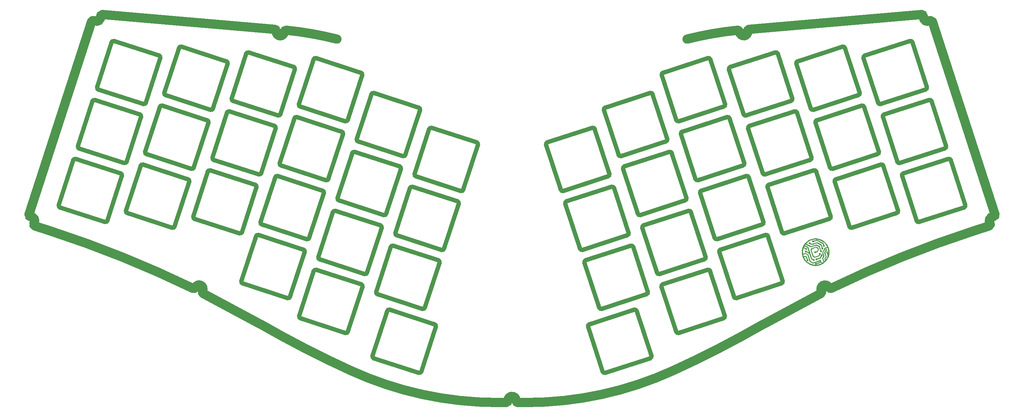
<source format=gts>
G04 #@! TF.GenerationSoftware,KiCad,Pcbnew,(6.0.7)*
G04 #@! TF.CreationDate,2022-09-06T15:12:06+02:00*
G04 #@! TF.ProjectId,osprey_plate,6f737072-6579-45f7-906c-6174652e6b69,rev?*
G04 #@! TF.SameCoordinates,Original*
G04 #@! TF.FileFunction,Soldermask,Top*
G04 #@! TF.FilePolarity,Negative*
%FSLAX46Y46*%
G04 Gerber Fmt 4.6, Leading zero omitted, Abs format (unit mm)*
G04 Created by KiCad (PCBNEW (6.0.7)) date 2022-09-06 15:12:06*
%MOMM*%
%LPD*%
G01*
G04 APERTURE LIST*
%ADD10C,1.200000*%
%ADD11C,2.500000*%
%ADD12C,0.110000*%
G04 APERTURE END LIST*
D10*
X-26666006Y12024197D02*
X-22648785Y24387932D01*
D11*
X64950151Y51748558D02*
X112075553Y55760466D01*
X-62311268Y50918894D02*
X-62303256Y51010223D01*
D10*
X-56130080Y-5845477D02*
G75*
G03*
X-55500043Y-5524457I154509J475528D01*
G01*
X-25461336Y-42517494D02*
X-37825071Y-38500273D01*
X83063333Y26142988D02*
X87080554Y13779254D01*
X113237987Y35211265D02*
X100874252Y31194045D01*
X-69420865Y-4681427D02*
G75*
G03*
X-70050902Y-5002445I-154509J-475528D01*
G01*
D11*
X84485455Y-20745512D02*
G75*
G03*
X84710270Y-20077078I-223555J447212D01*
G01*
D10*
X68814834Y-1198219D02*
X64797613Y11165515D01*
X-40976244Y39175199D02*
X-44993465Y26811464D01*
X-41236031Y-18255397D02*
X-53599765Y-14238176D01*
X91124835Y46637187D02*
X95142055Y34273452D01*
X101801304Y28340873D02*
G75*
G03*
X101480283Y27710838I154596J-475573D01*
G01*
X100395345Y18105490D02*
X96378123Y30469226D01*
X63561545Y14969741D02*
X59544324Y27333476D01*
X94821039Y33643408D02*
G75*
G03*
X95142055Y34273452I-154439J475492D01*
G01*
X54291035Y43501437D02*
X58308256Y31137702D01*
X20161584Y-11644168D02*
G75*
G03*
X19840572Y-12274228I154516J-475532D01*
G01*
D11*
X1100002Y-50055601D02*
G75*
G03*
X-1099998Y-50055601I-1100000J0D01*
G01*
D10*
X34425653Y1086754D02*
G75*
G03*
X35055691Y765734I475547J154546D01*
G01*
X-45562268Y-31570187D02*
G75*
G03*
X-44932232Y-31249168I154507J475530D01*
G01*
X-95142055Y34273452D02*
G75*
G03*
X-94821037Y33643415I475528J-154509D01*
G01*
X19234541Y-8791021D02*
X31598275Y-4773800D01*
X24831299Y-42196474D02*
X20814078Y-29832739D01*
D11*
X-64494473Y51206666D02*
X-64502852Y51111148D01*
D10*
X-120048363Y15869115D02*
X-124065584Y3505381D01*
X27902118Y8219985D02*
G75*
G03*
X27272038Y8540991I-475618J-154685D01*
G01*
X-64167576Y11486535D02*
G75*
G03*
X-64797613Y11165515I-154509J-475528D01*
G01*
X-42487156Y21580952D02*
X-38469935Y33944687D01*
D11*
X-112075549Y55760467D02*
G75*
G03*
X-112610762Y55177722I-42447J-498167D01*
G01*
D10*
X50246722Y10643493D02*
G75*
G03*
X50876791Y10322484I475578J154607D01*
G01*
X29172387Y17254721D02*
G75*
G03*
X29802402Y16933695I475513J154479D01*
G01*
X119418326Y16190135D02*
X107054592Y12172914D01*
X120048387Y15869123D02*
G75*
G03*
X119418326Y16190135I-475587J-154623D01*
G01*
X-90494799Y46958209D02*
G75*
G03*
X-91124835Y46637187I-154507J-475530D01*
G01*
X-64797613Y11165515D02*
X-68814834Y-1198219D01*
X83214505Y12733363D02*
G75*
G03*
X82584476Y13054385I-475505J-154463D01*
G01*
D11*
X115032548Y53798310D02*
G75*
G03*
X114287570Y54065020I-475548J-154510D01*
G01*
D10*
X88316622Y9975027D02*
X92333843Y-2388707D01*
X-58308255Y31137702D02*
G75*
G03*
X-57987237Y30507665I475528J-154509D01*
G01*
X82584476Y13054385D02*
X70220742Y9037164D01*
X-87231734Y369631D02*
G75*
G03*
X-86910714Y-260406I475528J-154509D01*
G01*
X-64646434Y24575088D02*
G75*
G03*
X-64967453Y25205124I-475530J154507D01*
G01*
D11*
X1100002Y-50155601D02*
X1100002Y-50055601D01*
D10*
X78131064Y42940986D02*
X90494799Y46958207D01*
X-54229802Y-14559195D02*
X-58247023Y-26922930D01*
X-37172584Y-20311724D02*
G75*
G03*
X-36851564Y-20941761I475528J-154509D01*
G01*
X-53660999Y43822457D02*
X-41297264Y39805235D01*
X-40308980Y-15402226D02*
G75*
G03*
X-39678944Y-15081207I154507J475530D01*
G01*
X-96378124Y30469226D02*
X-100395345Y18105491D01*
X64167576Y11486535D02*
X51803842Y7469314D01*
X-47740445Y5412991D02*
G75*
G03*
X-47419425Y4782955I475528J-154508D01*
G01*
X63240521Y14339716D02*
G75*
G03*
X63561545Y14969741I-154421J475484D01*
G01*
X54291044Y43501440D02*
G75*
G03*
X53660999Y43822457I-475544J-154540D01*
G01*
X-69293691Y11890334D02*
G75*
G03*
X-68663654Y12211354I154509J475528D01*
G01*
X69420865Y-4681426D02*
X57057131Y-8698647D01*
X100074322Y17475465D02*
G75*
G03*
X100395345Y18105490I-154522J475535D01*
G01*
X105327604Y1307525D02*
G75*
G03*
X105648634Y1937531I-154404J475475D01*
G01*
X94821037Y33643415D02*
X82457302Y29626195D01*
X-70220742Y9037164D02*
X-82584476Y13054385D01*
X-83063334Y26142988D02*
G75*
G03*
X-83384353Y26773025I-475526J154510D01*
G01*
X-42487155Y21580952D02*
G75*
G03*
X-42166137Y20950915I475528J-154509D01*
G01*
X-44932232Y-31249168D02*
X-40915012Y-18885433D01*
X-51482822Y6839277D02*
G75*
G03*
X-51803842Y7469314I-475528J154509D01*
G01*
X-25461336Y-42517494D02*
G75*
G03*
X-24831299Y-42196474I154509J475528D01*
G01*
X-38146089Y-37870236D02*
G75*
G03*
X-37825071Y-38500273I475528J-154509D01*
G01*
X59714163Y41373086D02*
X72077899Y45390308D01*
X-101001376Y14622285D02*
G75*
G03*
X-101631413Y14301265I-154509J-475528D01*
G01*
X-63561545Y14969741D02*
G75*
G03*
X-63240525Y14339705I475528J-154508D01*
G01*
D11*
X126419373Y-3563362D02*
G75*
G03*
X87350464Y-19331981I93784027J-288646338D01*
G01*
D10*
X-30729453Y14080525D02*
X-43093188Y18097746D01*
X-77961224Y28901327D02*
X-81978445Y16537591D01*
X-13981252Y7376941D02*
G75*
G03*
X-13351215Y7697959I154509J475528D01*
G01*
X-9333994Y20061695D02*
X-13351215Y7697959D01*
X-25155144Y29618449D02*
X-29172365Y17254714D01*
X-22018749Y24708951D02*
G75*
G03*
X-22648785Y24387932I-154509J-475526D01*
G01*
X22648785Y24387932D02*
X26666006Y12024197D01*
X105497534Y15347114D02*
G75*
G03*
X106127541Y15026084I475466J154386D01*
G01*
X37825086Y-38500318D02*
G75*
G03*
X38146090Y-37870236I-154686J475618D01*
G01*
X39678917Y-15081215D02*
G75*
G03*
X40308980Y-15402227I475583J154615D01*
G01*
X-52993734Y-10754969D02*
G75*
G03*
X-52672714Y-11385006I475528J-154509D01*
G01*
D11*
X112610765Y55177722D02*
G75*
G03*
X112075553Y55760466I-492765J84578D01*
G01*
D10*
X96548015Y44508836D02*
X108911749Y48526057D01*
X27272038Y8540991D02*
X14908303Y4523770D01*
X-123744564Y2875344D02*
X-111380830Y-1141877D01*
X32525326Y-7626970D02*
X20161592Y-11644191D01*
X43093188Y18097746D02*
X30729453Y14080525D01*
X-100074325Y17475455D02*
X-87710591Y13458234D01*
X24831287Y-42196478D02*
G75*
G03*
X25461336Y-42517494I475513J154478D01*
G01*
X52993734Y-10754969D02*
X48976513Y1608766D01*
X-59393144Y40743049D02*
X-63410365Y28379314D01*
X81657422Y15907565D02*
G75*
G03*
X81978445Y16537591I-154522J475535D01*
G01*
X-105497504Y15347104D02*
X-101480283Y27710838D01*
D11*
X62311340Y50918900D02*
G75*
G03*
X64502856Y51111148I1095760J96100D01*
G01*
D10*
X78131062Y42940992D02*
G75*
G03*
X77810044Y42310949I154438J-475492D01*
G01*
X88637646Y10605051D02*
G75*
G03*
X88316622Y9975027I154554J-475551D01*
G01*
X33155384Y-7947983D02*
G75*
G03*
X32525326Y-7626970I-475584J-154617D01*
G01*
X-40915012Y-18885433D02*
G75*
G03*
X-41236031Y-18255397I-475526J154509D01*
G01*
X124065583Y3505381D02*
X120048363Y15869115D01*
X9655015Y20691731D02*
X22018749Y24708952D01*
D11*
X-1599998Y-50655601D02*
X-3950435Y-50655601D01*
D10*
X-64040402Y28058296D02*
G75*
G03*
X-63410365Y28379314I154509J475528D01*
G01*
X95748088Y30790246D02*
X83384353Y26773025D01*
X-36851564Y-20941761D02*
X-24487830Y-24958982D01*
X105648634Y1937531D02*
X101631414Y14301265D01*
X-19840572Y-12274228D02*
G75*
G03*
X-20161592Y-11644191I-475526J154510D01*
G01*
X25476162Y30248492D02*
G75*
G03*
X25155144Y29618449I154438J-475492D01*
G01*
X-53660999Y43822457D02*
G75*
G03*
X-54291035Y43501437I-154508J-475528D01*
G01*
X24487830Y-24958982D02*
X36851564Y-20941761D01*
X-48976513Y1608765D02*
X-52993734Y-10754969D01*
X-82457302Y29626193D02*
G75*
G03*
X-81827266Y29947214I154505J475534D01*
G01*
X109541793Y48205040D02*
G75*
G03*
X108911749Y48526057I-475493J-154440D01*
G01*
X43723240Y17776731D02*
G75*
G03*
X43093188Y18097746I-475540J-154531D01*
G01*
X-77810044Y42310949D02*
X-81827266Y29947214D01*
X30729464Y14080492D02*
G75*
G03*
X30408433Y13450488I154436J-475492D01*
G01*
X-96226994Y43878799D02*
X-100244215Y31515064D01*
X-40976245Y39175199D02*
G75*
G03*
X-41297264Y39805235I-475530J154507D01*
G01*
X57926007Y-27552978D02*
G75*
G03*
X58247023Y-26922930I-154607J475578D01*
G01*
X41297261Y39805244D02*
G75*
G03*
X40976244Y39175199I154539J-475544D01*
G01*
D11*
X-68715217Y-29220183D02*
X-84485461Y-20745532D01*
D10*
X-13981252Y7376940D02*
X-26344987Y11394160D01*
X87710591Y13458234D02*
X100074325Y17475455D01*
D11*
X-114287566Y54065020D02*
G75*
G03*
X-112610762Y55177722I592653J926686D01*
G01*
D10*
X-101480282Y27710838D02*
G75*
G03*
X-101801304Y28340875I-475531J154507D01*
G01*
X83384364Y26772992D02*
G75*
G03*
X83063333Y26142988I154436J-475492D01*
G01*
D11*
X-132196065Y970108D02*
G75*
G03*
X-131715382Y315636I475595J-154452D01*
G01*
D10*
X-52672714Y-11385006D02*
X-40308980Y-15402227D01*
X57057128Y-8698639D02*
G75*
G03*
X56736110Y-9328683I154572J-475561D01*
G01*
X56130080Y-5845477D02*
X68493814Y-1828256D01*
X-46229533Y23007238D02*
G75*
G03*
X-46550553Y23637275I-475528J154509D01*
G01*
X18604531Y-8469993D02*
G75*
G03*
X19234541Y-8791021I475469J154393D01*
G01*
D11*
X130573847Y-2213505D02*
G75*
G03*
X130820822Y-1439975I-154447J475505D01*
G01*
D10*
X40308980Y-15402227D02*
X52672714Y-11385006D01*
X-35982742Y-2087436D02*
X-48346476Y1929785D01*
X-107054592Y12172914D02*
X-119418326Y16190135D01*
X92333817Y-2388715D02*
G75*
G03*
X92963880Y-2709727I475583J154615D01*
G01*
X19840572Y-12274228D02*
X23857794Y-24637962D01*
X-114795074Y32037076D02*
X-118812295Y19673340D01*
X31919295Y-4143764D02*
X27902074Y8219971D01*
X74068123Y-17366180D02*
X70050902Y-5002445D01*
X-45623502Y26490446D02*
G75*
G03*
X-44993465Y26811464I154509J475528D01*
G01*
X51803846Y7469301D02*
G75*
G03*
X51482822Y6839277I154454J-475501D01*
G01*
X-23857793Y-24637962D02*
X-19840572Y-12274228D01*
X-77331188Y29222346D02*
G75*
G03*
X-77961224Y28901327I-154508J-475528D01*
G01*
X86910704Y-260375D02*
G75*
G03*
X87231734Y369631I-154404J475475D01*
G01*
X-50876791Y10322484D02*
G75*
G03*
X-50246754Y10643504I154509J475528D01*
G01*
X77961240Y28901331D02*
G75*
G03*
X77331188Y29222346I-475540J-154531D01*
G01*
D11*
X62303316Y51010228D02*
G75*
G03*
X61754747Y51463980I-498116J-43728D01*
G01*
D10*
X60753313Y-21692425D02*
G75*
G03*
X61383369Y-22013438I475587J154625D01*
G01*
X-100395345Y18105491D02*
G75*
G03*
X-100074325Y17475455I475528J-154508D01*
G01*
X47419423Y4782965D02*
G75*
G03*
X47740445Y5412992I-154523J475535D01*
G01*
X91124813Y46637180D02*
G75*
G03*
X90494799Y46958207I-475513J-154480D01*
G01*
X70220746Y9037151D02*
G75*
G03*
X69899722Y8407127I154554J-475551D01*
G01*
X36851562Y-20941756D02*
G75*
G03*
X37172584Y-20311724I-154562J475556D01*
G01*
X-57926003Y-27552967D02*
X-45562268Y-31570188D01*
X-90494799Y46958208D02*
X-78131064Y42940986D01*
X52672704Y-11384975D02*
G75*
G03*
X52993734Y-10754969I-154404J475475D01*
G01*
X-69899722Y8407127D02*
G75*
G03*
X-70220742Y9037164I-475528J154509D01*
G01*
X14587283Y3893733D02*
X18604505Y-8470001D01*
X-31598275Y-4773800D02*
X-19234541Y-8791021D01*
X106127541Y15026084D02*
X118491275Y19043305D01*
D11*
X-64494473Y51206666D02*
G75*
G03*
X-64950147Y51748558I-498190J43608D01*
G01*
D10*
X-50246754Y10643504D02*
X-46229533Y23007238D01*
X21135107Y-29202731D02*
G75*
G03*
X20814078Y-29832739I154393J-475469D01*
G01*
X-30408433Y13450488D02*
G75*
G03*
X-30729453Y14080525I-475528J154509D01*
G01*
D11*
X1099999Y-50155601D02*
G75*
G03*
X1600002Y-50655601I500001J1D01*
G01*
D10*
X29172365Y17254714D02*
X25155144Y29618449D01*
X-43093188Y18097746D02*
G75*
G03*
X-43723224Y17776726I-154508J-475528D01*
G01*
X107054587Y12172931D02*
G75*
G03*
X106733572Y11542877I154513J-475531D01*
G01*
D11*
X-114287566Y54065020D02*
G75*
G03*
X-115032482Y53798290I-269362J-421287D01*
G01*
D10*
X40915011Y-18885433D02*
X44932232Y-31249168D01*
D11*
X-112075549Y55760466D02*
X-64950147Y51748558D01*
D10*
X45562269Y-31570188D02*
X57926003Y-27552967D01*
X-105648634Y1937531D02*
G75*
G03*
X-105327614Y1307494I475528J-154509D01*
G01*
X-46550553Y23637275D02*
X-58914288Y27654496D01*
X-29802402Y16933696D02*
G75*
G03*
X-29172365Y17254714I154509J475528D01*
G01*
X-83214513Y12733364D02*
X-87231734Y369631D01*
X57987240Y30507657D02*
G75*
G03*
X58308256Y31137702I-154540J475543D01*
G01*
X-113559007Y35841303D02*
G75*
G03*
X-113237987Y35211265I475532J-154508D01*
G01*
X-106127541Y15026084D02*
G75*
G03*
X-105497504Y15347104I154509J475528D01*
G01*
X-100874252Y31194045D02*
X-113237987Y35211265D01*
X73747107Y-17996228D02*
G75*
G03*
X74068123Y-17366180I-154507J475528D01*
G01*
X70050901Y-5002445D02*
G75*
G03*
X69420865Y-4681426I-475501J-154455D01*
G01*
D11*
X-64502852Y51111148D02*
G75*
G03*
X-62311268Y50918894I1095787J-96187D01*
G01*
D10*
X-76725156Y32705552D02*
X-72707935Y45069287D01*
X-76725155Y32705552D02*
G75*
G03*
X-76404137Y32075515I475528J-154509D01*
G01*
X-47419425Y4782955D02*
X-35055692Y765734D01*
X-77810044Y42310949D02*
G75*
G03*
X-78131064Y42940986I-475528J154509D01*
G01*
X30408433Y13450488D02*
X34425654Y1086754D01*
D11*
X-1099998Y-50055601D02*
X-1099998Y-50155601D01*
D10*
X92963880Y-2709727D02*
X105327614Y1307494D01*
X26344998Y11394127D02*
G75*
G03*
X26666006Y12024197I-154598J475573D01*
G01*
X-124065584Y3505381D02*
G75*
G03*
X-123744564Y2875344I475528J-154509D01*
G01*
X101480283Y27710838D02*
X105497504Y15347104D01*
X37172584Y-20311724D02*
X33155363Y-7947990D01*
X-58914288Y27654497D02*
G75*
G03*
X-59544324Y27333475I-154507J-475530D01*
G01*
X37825071Y-38500273D02*
X25461336Y-42517494D01*
X41236029Y-18255391D02*
G75*
G03*
X40915011Y-18885433I154471J-475509D01*
G01*
X13351215Y7697959D02*
X9333994Y20061694D01*
X58247023Y-26922930D02*
X54229802Y-14559195D01*
X-72077899Y45390307D02*
G75*
G03*
X-72707935Y45069287I-154509J-475526D01*
G01*
X74546980Y-4277627D02*
X86910714Y-260406D01*
X-68814834Y-1198219D02*
G75*
G03*
X-68493814Y-1828256I475528J-154509D01*
G01*
X35055691Y765734D02*
X47419426Y4782955D01*
X-33498833Y-25185482D02*
X-21135098Y-29202703D01*
D11*
X115032486Y53798290D02*
X132196069Y970108D01*
D10*
X34128869Y-25506501D02*
X38146090Y-37870236D01*
X114795060Y32037072D02*
G75*
G03*
X114165038Y32358096I-475560J-154572D01*
G01*
X87080553Y13779254D02*
G75*
G03*
X87710591Y13458234I475547J154546D01*
G01*
X-55500043Y-5524457D02*
X-51482822Y6839277D01*
X-34425654Y1086754D02*
X-30408433Y13450488D01*
X-59393144Y40743049D02*
G75*
G03*
X-59714164Y41373086I-475528J154509D01*
G01*
D11*
X-44108648Y-41902783D02*
G75*
G03*
X-3950435Y-50655601I40158204J87747141D01*
G01*
D10*
X26344987Y11394160D02*
X13981252Y7376940D01*
X-58308256Y31137702D02*
X-54291035Y43501437D01*
X56736110Y-9328683D02*
X60753332Y-21692419D01*
X72707935Y45069287D02*
X76725156Y32705552D01*
X-45623502Y26490445D02*
X-57987237Y30507665D01*
X48976505Y1608763D02*
G75*
G03*
X48346476Y1929785I-475505J-154463D01*
G01*
D11*
X-130820819Y-1439975D02*
G75*
G03*
X-130573853Y-2213536I401389J-298057D01*
G01*
D10*
X21135098Y-29202703D02*
X33498832Y-25185482D01*
X-81978445Y16537591D02*
G75*
G03*
X-81657425Y15907555I475528J-154508D01*
G01*
X-113559006Y35841303D02*
X-109541785Y48205037D01*
X-20814078Y-29832739D02*
G75*
G03*
X-21135098Y-29202703I-475528J154508D01*
G01*
X-43723224Y17776726D02*
X-47740445Y5412991D01*
X100244208Y31515062D02*
G75*
G03*
X100874252Y31194045I475492J154438D01*
G01*
X113237980Y35211287D02*
G75*
G03*
X113559006Y35841302I-154480J475513D01*
G01*
X-110750793Y-820857D02*
X-106733572Y11542877D01*
X69293691Y11890335D02*
X81657425Y15907555D01*
X-64967453Y25205124D02*
X-77331188Y29222346D01*
D11*
X-47906033Y49030509D02*
G75*
G03*
X-61754743Y51463980I-23580754J-93573644D01*
G01*
D10*
X44932243Y-31249165D02*
G75*
G03*
X45562269Y-31570188I475557J154565D01*
G01*
D11*
X3950439Y-50655601D02*
G75*
G03*
X44108652Y-41902783I1J96500001D01*
G01*
X44108652Y-41902783D02*
G75*
G03*
X68715221Y-29220183I-123386861J269605057D01*
G01*
D10*
X96378140Y30469231D02*
G75*
G03*
X95748088Y30790246I-475540J-154531D01*
G01*
X-95142056Y34273452D02*
X-91124835Y46637187D01*
X-73916943Y-3956607D02*
X-69899722Y8407127D01*
D11*
X131715386Y315587D02*
G75*
G03*
X132196069Y970108I5114J500013D01*
G01*
D10*
X42166137Y20950915D02*
X29802402Y16933695D01*
X41297264Y39805236D02*
X53660999Y43822457D01*
X64967464Y25205092D02*
G75*
G03*
X64646433Y24575088I154436J-475492D01*
G01*
D11*
X-61754743Y51463980D02*
G75*
G03*
X-62303256Y51010223I-50361J-497529D01*
G01*
D10*
X59714161Y41373092D02*
G75*
G03*
X59393144Y40743049I154439J-475492D01*
G01*
X-82457302Y29626194D02*
X-94821037Y33643415D01*
X-27902074Y8219971D02*
X-31919295Y-4143764D01*
X-35055692Y765735D02*
G75*
G03*
X-34425654Y1086754I154511J475525D01*
G01*
X77331188Y29222346D02*
X64967453Y25205125D01*
X63410387Y28379321D02*
G75*
G03*
X64040402Y28058295I475513J154479D01*
G01*
D11*
X-1599998Y-50655601D02*
G75*
G03*
X-1099998Y-50155601I-1J500001D01*
G01*
D10*
X-22018749Y24708951D02*
X-9655014Y20691731D01*
X47740445Y5412992D02*
X43723224Y17776726D01*
X-59544324Y27333475D02*
X-63561545Y14969741D01*
X-19234541Y-8791021D02*
G75*
G03*
X-18604504Y-8470001I154507J475531D01*
G01*
X-73747103Y-17996217D02*
X-61383370Y-22013438D01*
X42166139Y20950908D02*
G75*
G03*
X42487155Y21580952I-154439J475492D01*
G01*
X34128875Y-25506499D02*
G75*
G03*
X33498832Y-25185482I-475575J-154601D01*
G01*
X-33498833Y-25185482D02*
G75*
G03*
X-34128869Y-25506502I-154509J-475526D01*
G01*
D11*
X-86637089Y-19010206D02*
X-86683198Y-19103661D01*
D10*
X-35661722Y-2717473D02*
G75*
G03*
X-35982742Y-2087436I-475531J154507D01*
G01*
X109541785Y48205037D02*
X113559006Y35841302D01*
X59544309Y27333471D02*
G75*
G03*
X58914288Y27654496I-475509J-154471D01*
G01*
X38469935Y33944687D02*
X42487155Y21580952D01*
X-119418326Y16190135D02*
G75*
G03*
X-120048363Y15869115I-154509J-475528D01*
G01*
X53599764Y-14238176D02*
X41236031Y-18255397D01*
X-32525326Y-7626970D02*
G75*
G03*
X-33155363Y-7947990I-154509J-475528D01*
G01*
X-108911749Y48526057D02*
G75*
G03*
X-109541785Y48205037I-154508J-475528D01*
G01*
X-20161592Y-11644191D02*
X-32525326Y-7626970D01*
D11*
X-84710265Y-20077078D02*
G75*
G03*
X-84485461Y-20745532I448332J-221252D01*
G01*
D10*
X38469913Y33944680D02*
G75*
G03*
X37839899Y34265707I-475513J-154480D01*
G01*
D11*
X-84664156Y-19983624D02*
G75*
G03*
X-86637089Y-19010206I-986449J486745D01*
G01*
D10*
X-26666005Y12024197D02*
G75*
G03*
X-26344987Y11394160I475528J-154509D01*
G01*
X123744564Y2875344D02*
G75*
G03*
X124065583Y3505381I-154564J475556D01*
G01*
X-88637642Y10605064D02*
X-101001376Y14622285D01*
X-106733572Y11542877D02*
G75*
G03*
X-107054592Y12172914I-475528J154509D01*
G01*
X-86910714Y-260406D02*
X-74546981Y-4277627D01*
X68493824Y-1828287D02*
G75*
G03*
X68814834Y-1198219I-154624J475587D01*
G01*
X118491281Y19043286D02*
G75*
G03*
X118812295Y19673341I-154481J475514D01*
G01*
X-100874252Y31194046D02*
G75*
G03*
X-100244215Y31515064I154509J475528D01*
G01*
X72707914Y45069280D02*
G75*
G03*
X72077899Y45390308I-475514J-154480D01*
G01*
X-81657425Y15907555D02*
X-69293691Y11890334D01*
X-101801304Y28340875D02*
X-114165038Y32358096D01*
X14908301Y4523775D02*
G75*
G03*
X14587283Y3893733I154599J-475575D01*
G01*
D11*
X86637061Y-19010222D02*
G75*
G03*
X84664161Y-19983623I-986461J-486678D01*
G01*
D10*
X-108911749Y48526057D02*
X-96548014Y44508836D01*
X51482822Y6839277D02*
X55500042Y-5524457D01*
X-92333843Y-2388707D02*
X-88316622Y9975027D01*
D11*
X131715386Y315683D02*
G75*
G03*
X130820822Y-1439975I-11286J-1099983D01*
G01*
D10*
X-92963880Y-2709727D02*
G75*
G03*
X-92333843Y-2388707I154509J475528D01*
G01*
X-68493814Y-1828256D02*
X-56130080Y-5845477D01*
X-58247023Y-26922930D02*
G75*
G03*
X-57926003Y-27552967I475528J-154509D01*
G01*
D11*
X-84710266Y-20077078D02*
X-84664157Y-19983623D01*
D10*
X81827287Y29947222D02*
G75*
G03*
X82457302Y29626195I475513J154478D01*
G01*
X48346476Y1929785D02*
X35982742Y-2087436D01*
D11*
X112610747Y55177725D02*
G75*
G03*
X114287570Y54065020I1084153J-186025D01*
G01*
D10*
X-37839899Y34265707D02*
G75*
G03*
X-38469935Y33944687I-154508J-475528D01*
G01*
X73916917Y-3956615D02*
G75*
G03*
X74546980Y-4277627I475583J154615D01*
G01*
X101001376Y14622285D02*
X88637642Y10605064D01*
D11*
X-87350460Y-19331980D02*
G75*
G03*
X-86683198Y-19103661I218857J449586D01*
G01*
D10*
X-114165038Y32358096D02*
G75*
G03*
X-114795074Y32037076I-154508J-475528D01*
G01*
X-25155144Y29618449D02*
G75*
G03*
X-25476164Y30248486I-475528J154509D01*
G01*
D11*
X-130820818Y-1439975D02*
G75*
G03*
X-131715382Y315636I-883307J655631D01*
G01*
D10*
X-60753332Y-21692418D02*
X-56736111Y-9328683D01*
X-53599765Y-14238177D02*
G75*
G03*
X-54229802Y-14559195I-154509J-475528D01*
G01*
X101631405Y14301262D02*
G75*
G03*
X101001376Y14622285I-475505J-154462D01*
G01*
X31598279Y-4773814D02*
G75*
G03*
X31919295Y-4143764I-154479J475514D01*
G01*
X9655020Y20691715D02*
G75*
G03*
X9333994Y20061694I154480J-475515D01*
G01*
X68663652Y12211354D02*
G75*
G03*
X69293691Y11890335I475548J154546D01*
G01*
X-118812295Y19673340D02*
G75*
G03*
X-118491275Y19043305I475526J-154508D01*
G01*
X44993465Y26811464D02*
X40976244Y39175199D01*
X22648790Y24387934D02*
G75*
G03*
X22018749Y24708952I-475490J-154434D01*
G01*
X96548022Y44508814D02*
G75*
G03*
X96226994Y43878799I154478J-475514D01*
G01*
X-48346476Y1929785D02*
G75*
G03*
X-48976513Y1608765I-154509J-475528D01*
G01*
X13351205Y7697956D02*
G75*
G03*
X13981252Y7376940I475495J154444D01*
G01*
D11*
X61754747Y51463976D02*
G75*
G03*
X47906037Y49030509I9732153J-96007876D01*
G01*
D10*
X61383369Y-22013438D02*
X73747103Y-17996217D01*
X-38146090Y-37870236D02*
X-34128869Y-25506502D01*
X114165038Y32358096D02*
X101801303Y28340875D01*
X-95748088Y30790245D02*
G75*
G03*
X-96378124Y30469226I-154509J-475526D01*
G01*
X-87710591Y13458234D02*
G75*
G03*
X-87080554Y13779254I154509J475528D01*
G01*
X-105327614Y1307494D02*
X-92963880Y-2709727D01*
D11*
X84664161Y-19983623D02*
X84710270Y-20077078D01*
D10*
X81978445Y16537591D02*
X77961224Y28901326D01*
X100244215Y31515064D02*
X96226994Y43878799D01*
X110750799Y-820855D02*
G75*
G03*
X111380830Y-1141877I475501J154455D01*
G01*
X44993457Y26811462D02*
G75*
G03*
X45623502Y26490445I475543J154538D01*
G01*
X-14908303Y4523770D02*
X-27272038Y8540991D01*
X35982746Y-2087449D02*
G75*
G03*
X35661722Y-2717473I154554J-475551D01*
G01*
X-27272038Y8540991D02*
G75*
G03*
X-27902074Y8219971I-154508J-475528D01*
G01*
X76404140Y32075507D02*
G75*
G03*
X76725156Y32705552I-154440J475493D01*
G01*
X55500047Y-5524455D02*
G75*
G03*
X56130080Y-5845477I475553J154555D01*
G01*
D11*
X3950439Y-50655601D02*
X1600002Y-50655601D01*
D10*
X50876791Y10322484D02*
X63240525Y14339705D01*
D11*
X-68715215Y-29220180D02*
G75*
G03*
X-44108648Y-41902783I147994415J256924280D01*
G01*
D10*
X81827265Y29947215D02*
X77810044Y42310949D01*
X-24487830Y-24958982D02*
G75*
G03*
X-23857793Y-24637962I154509J475528D01*
G01*
X23857795Y-24637962D02*
G75*
G03*
X24487830Y-24958982I475505J154462D01*
G01*
X69899722Y8407127D02*
X73916943Y-3956606D01*
X-61383370Y-22013437D02*
G75*
G03*
X-60753332Y-21692418I154511J475525D01*
G01*
X57987237Y30507665D02*
X45623502Y26490445D01*
X35661722Y-2717473D02*
X39678943Y-15081207D01*
X-74068123Y-17366180D02*
G75*
G03*
X-73747103Y-17996217I475528J-154509D01*
G01*
D11*
X-132196065Y970108D02*
X-115032482Y53798290D01*
X62303260Y51010223D02*
X62311272Y50918894D01*
D10*
X-111380830Y-1141877D02*
G75*
G03*
X-110750793Y-820857I154509J475528D01*
G01*
X-14587283Y3893732D02*
G75*
G03*
X-14908303Y4523770I-475529J154509D01*
G01*
X-87080554Y13779254D02*
X-83063334Y26142988D01*
X-31919295Y-4143764D02*
G75*
G03*
X-31598275Y-4773800I475528J-154508D01*
G01*
X-57057131Y-8698647D02*
X-69420865Y-4681426D01*
X46229533Y23007238D02*
X50246754Y10643504D01*
X-96226994Y43878799D02*
G75*
G03*
X-96548014Y44508836I-475528J154509D01*
G01*
X-118491275Y19043305D02*
X-106127541Y15026084D01*
X-63240525Y14339705D02*
X-50876791Y10322484D01*
D11*
X-87350460Y-19331981D02*
G75*
G03*
X-126419371Y-3563368I-132853445J-272879102D01*
G01*
D10*
X-82584476Y13054386D02*
G75*
G03*
X-83214513Y12733364I-154507J-475531D01*
G01*
X111380830Y-1141877D02*
X123744564Y2875344D01*
D11*
X64950145Y51748633D02*
G75*
G03*
X64494477Y51206666I42455J-498233D01*
G01*
D10*
X-9333995Y20061695D02*
G75*
G03*
X-9655014Y20691731I-475530J154507D01*
G01*
D11*
X-126419371Y-3563368D02*
X-130573853Y-2213536D01*
D10*
X-29802402Y16933695D02*
X-42166137Y20950915D01*
X-72077899Y45390307D02*
X-59714164Y41373086D01*
X118812295Y19673341D02*
X114795074Y32037076D01*
X-56736111Y-9328683D02*
G75*
G03*
X-57057131Y-8698647I-475528J154508D01*
G01*
X25476164Y30248486D02*
X37839899Y34265707D01*
X-18604504Y-8470001D02*
X-14587283Y3893732D01*
X-37839899Y34265707D02*
X-25476164Y30248486D01*
X63410365Y28379314D02*
X59393144Y40743049D01*
X-39678944Y-15081207D02*
X-35661722Y-2717473D01*
X-74546981Y-4277626D02*
G75*
G03*
X-73916943Y-3956607I154511J475525D01*
G01*
D11*
X86683195Y-19103664D02*
G75*
G03*
X87350464Y-19331981I448405J221264D01*
G01*
X86683202Y-19103661D02*
X86637093Y-19010206D01*
D10*
X106733572Y11542877D02*
X110750794Y-820857D01*
X-20814078Y-29832739D02*
X-24831299Y-42196474D01*
X-51803842Y7469314D02*
X-64167576Y11486535D01*
X-83384353Y26773025D02*
X-95748088Y30790245D01*
D11*
X84485465Y-20745532D02*
X68715221Y-29220183D01*
D10*
X-101631413Y14301265D02*
X-105648634Y1937531D01*
X58914288Y27654496D02*
X46550553Y23637274D01*
X-68663654Y12211354D02*
X-64646433Y24575088D01*
X46550543Y23637304D02*
G75*
G03*
X46229533Y23007238I154657J-475604D01*
G01*
X76404137Y32075515D02*
X64040402Y28058295D01*
X-64040402Y28058295D02*
X-76404137Y32075515D01*
X64646433Y24575088D02*
X68663653Y12211354D01*
X-33155363Y-7947990D02*
X-37172584Y-20311724D01*
X64797635Y11165522D02*
G75*
G03*
X64167576Y11486535I-475535J-154522D01*
G01*
X87231734Y369631D02*
X83214513Y12733365D01*
D11*
X130573857Y-2213536D02*
X126419375Y-3563368D01*
D10*
X-70050902Y-5002445D02*
X-74068123Y-17366180D01*
D11*
X64502856Y51111148D02*
X64494477Y51206666D01*
D10*
X54229770Y-14559206D02*
G75*
G03*
X53599764Y-14238176I-475470J-154394D01*
G01*
X-88316622Y9975027D02*
G75*
G03*
X-88637642Y10605064I-475528J154509D01*
G01*
G04 #@! TO.C,G1*
G36*
X84703001Y-8338082D02*
G01*
X84718101Y-8284472D01*
X84733415Y-8259821D01*
X84740457Y-8250084D01*
X84743775Y-8236136D01*
X84742400Y-8214062D01*
X84735369Y-8179941D01*
X84721715Y-8129858D01*
X84700475Y-8059896D01*
X84670682Y-7966135D01*
X84631371Y-7844660D01*
X84502639Y-7448462D01*
X83970886Y-7177713D01*
X83439132Y-6906965D01*
X82056204Y-7356305D01*
X81804023Y-7227398D01*
X81706230Y-7178251D01*
X81633071Y-7143757D01*
X81580051Y-7122179D01*
X81542676Y-7111784D01*
X81516450Y-7110838D01*
X81507379Y-7112938D01*
X81424969Y-7124783D01*
X81349254Y-7108829D01*
X81285501Y-7069723D01*
X81238978Y-7012110D01*
X81232078Y-6991582D01*
X81214950Y-6940637D01*
X81216454Y-6908148D01*
X81352177Y-6908148D01*
X81363937Y-6948739D01*
X81376167Y-6963348D01*
X81411921Y-6977980D01*
X81451875Y-6968598D01*
X81483232Y-6939967D01*
X81491568Y-6920407D01*
X81487398Y-6881508D01*
X81458568Y-6855788D01*
X81413151Y-6849673D01*
X81404410Y-6851036D01*
X81366586Y-6871932D01*
X81352177Y-6908148D01*
X81216454Y-6908148D01*
X81218686Y-6859949D01*
X81219013Y-6858559D01*
X81251362Y-6786529D01*
X81305289Y-6735313D01*
X81374234Y-6707691D01*
X81451634Y-6706447D01*
X81522520Y-6729881D01*
X81565798Y-6755290D01*
X81592427Y-6783803D01*
X81612379Y-6827811D01*
X81620388Y-6851494D01*
X81648325Y-6937476D01*
X81865513Y-7045948D01*
X82082701Y-7154421D01*
X83478128Y-6701019D01*
X84062374Y-6998883D01*
X84646619Y-7296747D01*
X84926048Y-8156741D01*
X84988900Y-8187088D01*
X85056027Y-8233948D01*
X85098178Y-8293306D01*
X85117145Y-8359521D01*
X85114724Y-8426952D01*
X85092710Y-8489954D01*
X85052895Y-8542889D01*
X84997074Y-8580115D01*
X84927043Y-8595988D01*
X84860990Y-8589286D01*
X84791440Y-8558522D01*
X84735410Y-8507039D01*
X84706206Y-8453513D01*
X84706104Y-8452814D01*
X84699786Y-8409319D01*
X84839968Y-8409319D01*
X84854417Y-8428930D01*
X84876753Y-8441601D01*
X84913071Y-8457963D01*
X84935619Y-8456534D01*
X84959972Y-8435518D01*
X84963787Y-8431563D01*
X84980152Y-8395599D01*
X84972416Y-8357844D01*
X84947492Y-8327549D01*
X84912288Y-8313967D01*
X84881435Y-8321316D01*
X84858012Y-8347276D01*
X84844786Y-8377314D01*
X84839968Y-8409319D01*
X84699786Y-8409319D01*
X84698342Y-8399375D01*
X84703001Y-8338082D01*
G37*
D12*
X84703001Y-8338082D02*
X84718101Y-8284472D01*
X84733415Y-8259821D01*
X84740457Y-8250084D01*
X84743775Y-8236136D01*
X84742400Y-8214062D01*
X84735369Y-8179941D01*
X84721715Y-8129858D01*
X84700475Y-8059896D01*
X84670682Y-7966135D01*
X84631371Y-7844660D01*
X84502639Y-7448462D01*
X83970886Y-7177713D01*
X83439132Y-6906965D01*
X82056204Y-7356305D01*
X81804023Y-7227398D01*
X81706230Y-7178251D01*
X81633071Y-7143757D01*
X81580051Y-7122179D01*
X81542676Y-7111784D01*
X81516450Y-7110838D01*
X81507379Y-7112938D01*
X81424969Y-7124783D01*
X81349254Y-7108829D01*
X81285501Y-7069723D01*
X81238978Y-7012110D01*
X81232078Y-6991582D01*
X81214950Y-6940637D01*
X81216454Y-6908148D01*
X81352177Y-6908148D01*
X81363937Y-6948739D01*
X81376167Y-6963348D01*
X81411921Y-6977980D01*
X81451875Y-6968598D01*
X81483232Y-6939967D01*
X81491568Y-6920407D01*
X81487398Y-6881508D01*
X81458568Y-6855788D01*
X81413151Y-6849673D01*
X81404410Y-6851036D01*
X81366586Y-6871932D01*
X81352177Y-6908148D01*
X81216454Y-6908148D01*
X81218686Y-6859949D01*
X81219013Y-6858559D01*
X81251362Y-6786529D01*
X81305289Y-6735313D01*
X81374234Y-6707691D01*
X81451634Y-6706447D01*
X81522520Y-6729881D01*
X81565798Y-6755290D01*
X81592427Y-6783803D01*
X81612379Y-6827811D01*
X81620388Y-6851494D01*
X81648325Y-6937476D01*
X81865513Y-7045948D01*
X82082701Y-7154421D01*
X83478128Y-6701019D01*
X84062374Y-6998883D01*
X84646619Y-7296747D01*
X84926048Y-8156741D01*
X84988900Y-8187088D01*
X85056027Y-8233948D01*
X85098178Y-8293306D01*
X85117145Y-8359521D01*
X85114724Y-8426952D01*
X85092710Y-8489954D01*
X85052895Y-8542889D01*
X84997074Y-8580115D01*
X84927043Y-8595988D01*
X84860990Y-8589286D01*
X84791440Y-8558522D01*
X84735410Y-8507039D01*
X84706206Y-8453513D01*
X84706104Y-8452814D01*
X84699786Y-8409319D01*
X84839968Y-8409319D01*
X84854417Y-8428930D01*
X84876753Y-8441601D01*
X84913071Y-8457963D01*
X84935619Y-8456534D01*
X84959972Y-8435518D01*
X84963787Y-8431563D01*
X84980152Y-8395599D01*
X84972416Y-8357844D01*
X84947492Y-8327549D01*
X84912288Y-8313967D01*
X84881435Y-8321316D01*
X84858012Y-8347276D01*
X84844786Y-8377314D01*
X84839968Y-8409319D01*
X84699786Y-8409319D01*
X84698342Y-8399375D01*
X84703001Y-8338082D01*
G36*
X82711723Y-9349243D02*
G01*
X82743801Y-9282866D01*
X82800041Y-9230542D01*
X82852489Y-9206036D01*
X82907735Y-9197645D01*
X82968790Y-9202158D01*
X83022268Y-9217431D01*
X83052430Y-9238064D01*
X83064695Y-9244760D01*
X83088685Y-9244377D01*
X83129215Y-9235878D01*
X83191099Y-9218229D01*
X83279150Y-9190393D01*
X83289164Y-9187144D01*
X83509231Y-9115640D01*
X83606833Y-8919375D01*
X83704434Y-8723109D01*
X83565997Y-8297045D01*
X83371027Y-8198214D01*
X83176058Y-8099384D01*
X82111220Y-8445371D01*
X82012389Y-8640340D01*
X81913559Y-8835309D01*
X82440280Y-10456390D01*
X82635249Y-10555221D01*
X82830219Y-10654052D01*
X83895281Y-10307992D01*
X84039009Y-10023208D01*
X84008930Y-9930635D01*
X84002446Y-9908056D01*
X83992870Y-9874701D01*
X83992249Y-9866421D01*
X84130584Y-9866421D01*
X84152375Y-9904451D01*
X84175522Y-9921247D01*
X84211372Y-9936469D01*
X84235830Y-9927806D01*
X84259376Y-9891324D01*
X84260371Y-9889381D01*
X84273542Y-9855816D01*
X84265575Y-9833838D01*
X84248445Y-9818581D01*
X84202383Y-9796651D01*
X84161460Y-9803914D01*
X84140634Y-9824851D01*
X84130584Y-9866421D01*
X83992249Y-9866421D01*
X83989905Y-9835142D01*
X84000603Y-9797350D01*
X84015329Y-9766470D01*
X84044146Y-9718681D01*
X84077099Y-9690603D01*
X84125703Y-9670868D01*
X84212917Y-9654441D01*
X84285989Y-9667375D01*
X84347668Y-9710190D01*
X84350923Y-9713570D01*
X84395687Y-9781740D01*
X84412542Y-9856255D01*
X84402656Y-9929724D01*
X84367194Y-9994755D01*
X84307324Y-10043958D01*
X84298039Y-10048696D01*
X84270361Y-10064879D01*
X84245398Y-10087992D01*
X84219205Y-10123580D01*
X84187831Y-10177190D01*
X84147328Y-10254368D01*
X84136542Y-10275572D01*
X84036486Y-10472957D01*
X82811647Y-10870932D01*
X82553868Y-10739197D01*
X82296091Y-10607462D01*
X81707717Y-8796635D01*
X81833455Y-8549063D01*
X81959193Y-8301492D01*
X83199794Y-7898396D01*
X83457571Y-8030131D01*
X83715350Y-8161866D01*
X83906418Y-8749913D01*
X83774682Y-9007691D01*
X83642948Y-9265469D01*
X83385480Y-9349125D01*
X83289308Y-9380638D01*
X83220340Y-9404254D01*
X83173903Y-9422110D01*
X83145323Y-9436343D01*
X83129928Y-9449091D01*
X83123042Y-9462490D01*
X83121365Y-9469900D01*
X83095553Y-9527699D01*
X83046451Y-9572365D01*
X82982388Y-9601594D01*
X82911691Y-9613085D01*
X82842687Y-9604537D01*
X82783704Y-9573649D01*
X82774913Y-9565656D01*
X82725832Y-9497343D01*
X82714723Y-9457200D01*
X82705251Y-9422970D01*
X82705951Y-9414994D01*
X82844619Y-9414994D01*
X82857615Y-9448322D01*
X82884308Y-9466784D01*
X82926866Y-9477914D01*
X82958638Y-9459287D01*
X82976856Y-9428155D01*
X82986216Y-9390509D01*
X82971157Y-9365292D01*
X82923540Y-9337883D01*
X82885138Y-9342585D01*
X82861162Y-9369206D01*
X82844619Y-9414994D01*
X82705951Y-9414994D01*
X82711723Y-9349243D01*
G37*
X82711723Y-9349243D02*
X82743801Y-9282866D01*
X82800041Y-9230542D01*
X82852489Y-9206036D01*
X82907735Y-9197645D01*
X82968790Y-9202158D01*
X83022268Y-9217431D01*
X83052430Y-9238064D01*
X83064695Y-9244760D01*
X83088685Y-9244377D01*
X83129215Y-9235878D01*
X83191099Y-9218229D01*
X83279150Y-9190393D01*
X83289164Y-9187144D01*
X83509231Y-9115640D01*
X83606833Y-8919375D01*
X83704434Y-8723109D01*
X83565997Y-8297045D01*
X83371027Y-8198214D01*
X83176058Y-8099384D01*
X82111220Y-8445371D01*
X82012389Y-8640340D01*
X81913559Y-8835309D01*
X82440280Y-10456390D01*
X82635249Y-10555221D01*
X82830219Y-10654052D01*
X83895281Y-10307992D01*
X84039009Y-10023208D01*
X84008930Y-9930635D01*
X84002446Y-9908056D01*
X83992870Y-9874701D01*
X83992249Y-9866421D01*
X84130584Y-9866421D01*
X84152375Y-9904451D01*
X84175522Y-9921247D01*
X84211372Y-9936469D01*
X84235830Y-9927806D01*
X84259376Y-9891324D01*
X84260371Y-9889381D01*
X84273542Y-9855816D01*
X84265575Y-9833838D01*
X84248445Y-9818581D01*
X84202383Y-9796651D01*
X84161460Y-9803914D01*
X84140634Y-9824851D01*
X84130584Y-9866421D01*
X83992249Y-9866421D01*
X83989905Y-9835142D01*
X84000603Y-9797350D01*
X84015329Y-9766470D01*
X84044146Y-9718681D01*
X84077099Y-9690603D01*
X84125703Y-9670868D01*
X84212917Y-9654441D01*
X84285989Y-9667375D01*
X84347668Y-9710190D01*
X84350923Y-9713570D01*
X84395687Y-9781740D01*
X84412542Y-9856255D01*
X84402656Y-9929724D01*
X84367194Y-9994755D01*
X84307324Y-10043958D01*
X84298039Y-10048696D01*
X84270361Y-10064879D01*
X84245398Y-10087992D01*
X84219205Y-10123580D01*
X84187831Y-10177190D01*
X84147328Y-10254368D01*
X84136542Y-10275572D01*
X84036486Y-10472957D01*
X82811647Y-10870932D01*
X82553868Y-10739197D01*
X82296091Y-10607462D01*
X81707717Y-8796635D01*
X81833455Y-8549063D01*
X81959193Y-8301492D01*
X83199794Y-7898396D01*
X83457571Y-8030131D01*
X83715350Y-8161866D01*
X83906418Y-8749913D01*
X83774682Y-9007691D01*
X83642948Y-9265469D01*
X83385480Y-9349125D01*
X83289308Y-9380638D01*
X83220340Y-9404254D01*
X83173903Y-9422110D01*
X83145323Y-9436343D01*
X83129928Y-9449091D01*
X83123042Y-9462490D01*
X83121365Y-9469900D01*
X83095553Y-9527699D01*
X83046451Y-9572365D01*
X82982388Y-9601594D01*
X82911691Y-9613085D01*
X82842687Y-9604537D01*
X82783704Y-9573649D01*
X82774913Y-9565656D01*
X82725832Y-9497343D01*
X82714723Y-9457200D01*
X82705251Y-9422970D01*
X82705951Y-9414994D01*
X82844619Y-9414994D01*
X82857615Y-9448322D01*
X82884308Y-9466784D01*
X82926866Y-9477914D01*
X82958638Y-9459287D01*
X82976856Y-9428155D01*
X82986216Y-9390509D01*
X82971157Y-9365292D01*
X82923540Y-9337883D01*
X82885138Y-9342585D01*
X82861162Y-9369206D01*
X82844619Y-9414994D01*
X82705951Y-9414994D01*
X82711723Y-9349243D01*
G36*
X83082800Y-11318270D02*
G01*
X83096649Y-11252036D01*
X83137442Y-11195451D01*
X83204617Y-11148805D01*
X83281991Y-11128993D01*
X83360497Y-11136896D01*
X83423505Y-11167611D01*
X83440779Y-11173852D01*
X83469207Y-11173676D01*
X83511558Y-11166270D01*
X83570603Y-11150821D01*
X83649110Y-11126517D01*
X83749850Y-11092543D01*
X83875593Y-11048088D01*
X84029108Y-10992337D01*
X84062863Y-10979954D01*
X84332299Y-10880967D01*
X84445458Y-10618855D01*
X84486527Y-10523214D01*
X84515650Y-10452768D01*
X84534243Y-10402076D01*
X84543713Y-10365696D01*
X84545475Y-10338187D01*
X84540940Y-10314108D01*
X84531518Y-10288016D01*
X84531384Y-10287675D01*
X84528768Y-10277598D01*
X84514478Y-10222552D01*
X84514189Y-10206580D01*
X84653973Y-10206580D01*
X84656726Y-10236022D01*
X84686313Y-10260787D01*
X84727944Y-10277855D01*
X84756984Y-10268226D01*
X84779370Y-10237641D01*
X84794021Y-10195982D01*
X84779569Y-10165649D01*
X84745262Y-10145094D01*
X84702326Y-10138946D01*
X84670847Y-10164167D01*
X84653973Y-10206580D01*
X84514189Y-10206580D01*
X84513391Y-10162477D01*
X84513526Y-10161634D01*
X84539621Y-10095256D01*
X84588632Y-10043745D01*
X84652650Y-10009726D01*
X84723770Y-9995821D01*
X84794085Y-10004653D01*
X84855686Y-10038846D01*
X84863042Y-10045683D01*
X84910455Y-10112029D01*
X84931222Y-10185434D01*
X84926676Y-10258798D01*
X84898146Y-10325018D01*
X84846964Y-10376993D01*
X84796286Y-10401788D01*
X84778547Y-10410440D01*
X84760836Y-10427038D01*
X84740903Y-10455582D01*
X84716499Y-10500071D01*
X84685375Y-10564503D01*
X84645284Y-10652879D01*
X84609207Y-10734482D01*
X84469817Y-11051680D01*
X83990093Y-11207986D01*
X83853425Y-11252647D01*
X83745189Y-11288449D01*
X83661985Y-11316721D01*
X83600414Y-11338788D01*
X83557074Y-11355978D01*
X83528568Y-11369615D01*
X83511495Y-11381029D01*
X83502456Y-11391543D01*
X83498899Y-11399651D01*
X83460644Y-11467180D01*
X83400071Y-11517443D01*
X83326014Y-11545266D01*
X83249220Y-11545837D01*
X83178644Y-11517293D01*
X83126163Y-11460977D01*
X83102396Y-11408400D01*
X83097492Y-11397550D01*
X83084405Y-11326929D01*
X83223730Y-11326929D01*
X83230479Y-11366783D01*
X83267032Y-11399054D01*
X83310065Y-11407298D01*
X83342401Y-11384489D01*
X83357354Y-11350645D01*
X83361596Y-11318981D01*
X83346642Y-11296910D01*
X83326149Y-11282349D01*
X83292657Y-11265465D01*
X83267156Y-11271651D01*
X83248193Y-11287208D01*
X83223730Y-11326929D01*
X83084405Y-11326929D01*
X83082800Y-11318270D01*
G37*
X83082800Y-11318270D02*
X83096649Y-11252036D01*
X83137442Y-11195451D01*
X83204617Y-11148805D01*
X83281991Y-11128993D01*
X83360497Y-11136896D01*
X83423505Y-11167611D01*
X83440779Y-11173852D01*
X83469207Y-11173676D01*
X83511558Y-11166270D01*
X83570603Y-11150821D01*
X83649110Y-11126517D01*
X83749850Y-11092543D01*
X83875593Y-11048088D01*
X84029108Y-10992337D01*
X84062863Y-10979954D01*
X84332299Y-10880967D01*
X84445458Y-10618855D01*
X84486527Y-10523214D01*
X84515650Y-10452768D01*
X84534243Y-10402076D01*
X84543713Y-10365696D01*
X84545475Y-10338187D01*
X84540940Y-10314108D01*
X84531518Y-10288016D01*
X84531384Y-10287675D01*
X84528768Y-10277598D01*
X84514478Y-10222552D01*
X84514189Y-10206580D01*
X84653973Y-10206580D01*
X84656726Y-10236022D01*
X84686313Y-10260787D01*
X84727944Y-10277855D01*
X84756984Y-10268226D01*
X84779370Y-10237641D01*
X84794021Y-10195982D01*
X84779569Y-10165649D01*
X84745262Y-10145094D01*
X84702326Y-10138946D01*
X84670847Y-10164167D01*
X84653973Y-10206580D01*
X84514189Y-10206580D01*
X84513391Y-10162477D01*
X84513526Y-10161634D01*
X84539621Y-10095256D01*
X84588632Y-10043745D01*
X84652650Y-10009726D01*
X84723770Y-9995821D01*
X84794085Y-10004653D01*
X84855686Y-10038846D01*
X84863042Y-10045683D01*
X84910455Y-10112029D01*
X84931222Y-10185434D01*
X84926676Y-10258798D01*
X84898146Y-10325018D01*
X84846964Y-10376993D01*
X84796286Y-10401788D01*
X84778547Y-10410440D01*
X84760836Y-10427038D01*
X84740903Y-10455582D01*
X84716499Y-10500071D01*
X84685375Y-10564503D01*
X84645284Y-10652879D01*
X84609207Y-10734482D01*
X84469817Y-11051680D01*
X83990093Y-11207986D01*
X83853425Y-11252647D01*
X83745189Y-11288449D01*
X83661985Y-11316721D01*
X83600414Y-11338788D01*
X83557074Y-11355978D01*
X83528568Y-11369615D01*
X83511495Y-11381029D01*
X83502456Y-11391543D01*
X83498899Y-11399651D01*
X83460644Y-11467180D01*
X83400071Y-11517443D01*
X83326014Y-11545266D01*
X83249220Y-11545837D01*
X83178644Y-11517293D01*
X83126163Y-11460977D01*
X83102396Y-11408400D01*
X83097492Y-11397550D01*
X83084405Y-11326929D01*
X83223730Y-11326929D01*
X83230479Y-11366783D01*
X83267032Y-11399054D01*
X83310065Y-11407298D01*
X83342401Y-11384489D01*
X83357354Y-11350645D01*
X83361596Y-11318981D01*
X83346642Y-11296910D01*
X83326149Y-11282349D01*
X83292657Y-11265465D01*
X83267156Y-11271651D01*
X83248193Y-11287208D01*
X83223730Y-11326929D01*
X83084405Y-11326929D01*
X83082800Y-11318270D01*
G36*
X85105471Y-7577389D02*
G01*
X85133255Y-7520729D01*
X85139133Y-7514157D01*
X85149022Y-7500721D01*
X85152938Y-7482727D01*
X85149874Y-7454481D01*
X85138815Y-7410290D01*
X85118751Y-7344460D01*
X85096992Y-7276865D01*
X85028729Y-7066771D01*
X84196965Y-6643077D01*
X83365201Y-6219382D01*
X82956805Y-6346116D01*
X82831778Y-6385044D01*
X82734846Y-6415720D01*
X82662140Y-6439655D01*
X82609793Y-6458362D01*
X82573935Y-6473354D01*
X82550701Y-6486141D01*
X82536219Y-6498239D01*
X82526624Y-6511156D01*
X82524232Y-6515221D01*
X82466648Y-6587226D01*
X82393856Y-6632167D01*
X82310828Y-6647491D01*
X82272876Y-6644284D01*
X82208556Y-6618047D01*
X82156381Y-6567558D01*
X82125070Y-6507851D01*
X82121621Y-6501275D01*
X82110979Y-6436359D01*
X82251732Y-6436359D01*
X82254484Y-6465802D01*
X82284072Y-6490567D01*
X82329859Y-6507110D01*
X82363187Y-6494115D01*
X82381649Y-6467420D01*
X82392779Y-6424863D01*
X82374152Y-6393091D01*
X82343021Y-6374873D01*
X82300084Y-6368725D01*
X82268605Y-6393946D01*
X82251732Y-6436359D01*
X82110979Y-6436359D01*
X82109552Y-6427657D01*
X82113960Y-6389434D01*
X82144906Y-6319576D01*
X82197953Y-6267055D01*
X82265329Y-6234631D01*
X82339260Y-6225065D01*
X82411976Y-6241119D01*
X82456399Y-6267785D01*
X82496138Y-6299697D01*
X83393480Y-6008133D01*
X84283069Y-6461518D01*
X85172658Y-6914902D01*
X85256366Y-7172529D01*
X85287891Y-7268736D01*
X85311516Y-7337737D01*
X85329378Y-7384203D01*
X85343614Y-7412807D01*
X85356360Y-7428222D01*
X85369754Y-7435120D01*
X85377194Y-7436806D01*
X85431245Y-7462083D01*
X85476932Y-7511740D01*
X85509216Y-7576897D01*
X85523057Y-7648681D01*
X85520696Y-7689549D01*
X85494506Y-7753325D01*
X85443758Y-7805472D01*
X85376676Y-7840863D01*
X85301487Y-7854365D01*
X85261801Y-7851013D01*
X85201119Y-7824900D01*
X85152160Y-7776285D01*
X85117908Y-7713363D01*
X85113245Y-7693925D01*
X85103266Y-7652316D01*
X85241303Y-7652316D01*
X85254298Y-7685645D01*
X85280992Y-7704108D01*
X85323550Y-7715237D01*
X85355321Y-7696610D01*
X85373540Y-7665478D01*
X85382900Y-7627831D01*
X85367841Y-7602614D01*
X85320223Y-7575206D01*
X85281822Y-7579907D01*
X85257846Y-7606529D01*
X85241303Y-7652316D01*
X85103266Y-7652316D01*
X85101352Y-7644333D01*
X85105471Y-7577389D01*
G37*
X85105471Y-7577389D02*
X85133255Y-7520729D01*
X85139133Y-7514157D01*
X85149022Y-7500721D01*
X85152938Y-7482727D01*
X85149874Y-7454481D01*
X85138815Y-7410290D01*
X85118751Y-7344460D01*
X85096992Y-7276865D01*
X85028729Y-7066771D01*
X84196965Y-6643077D01*
X83365201Y-6219382D01*
X82956805Y-6346116D01*
X82831778Y-6385044D01*
X82734846Y-6415720D01*
X82662140Y-6439655D01*
X82609793Y-6458362D01*
X82573935Y-6473354D01*
X82550701Y-6486141D01*
X82536219Y-6498239D01*
X82526624Y-6511156D01*
X82524232Y-6515221D01*
X82466648Y-6587226D01*
X82393856Y-6632167D01*
X82310828Y-6647491D01*
X82272876Y-6644284D01*
X82208556Y-6618047D01*
X82156381Y-6567558D01*
X82125070Y-6507851D01*
X82121621Y-6501275D01*
X82110979Y-6436359D01*
X82251732Y-6436359D01*
X82254484Y-6465802D01*
X82284072Y-6490567D01*
X82329859Y-6507110D01*
X82363187Y-6494115D01*
X82381649Y-6467420D01*
X82392779Y-6424863D01*
X82374152Y-6393091D01*
X82343021Y-6374873D01*
X82300084Y-6368725D01*
X82268605Y-6393946D01*
X82251732Y-6436359D01*
X82110979Y-6436359D01*
X82109552Y-6427657D01*
X82113960Y-6389434D01*
X82144906Y-6319576D01*
X82197953Y-6267055D01*
X82265329Y-6234631D01*
X82339260Y-6225065D01*
X82411976Y-6241119D01*
X82456399Y-6267785D01*
X82496138Y-6299697D01*
X83393480Y-6008133D01*
X84283069Y-6461518D01*
X85172658Y-6914902D01*
X85256366Y-7172529D01*
X85287891Y-7268736D01*
X85311516Y-7337737D01*
X85329378Y-7384203D01*
X85343614Y-7412807D01*
X85356360Y-7428222D01*
X85369754Y-7435120D01*
X85377194Y-7436806D01*
X85431245Y-7462083D01*
X85476932Y-7511740D01*
X85509216Y-7576897D01*
X85523057Y-7648681D01*
X85520696Y-7689549D01*
X85494506Y-7753325D01*
X85443758Y-7805472D01*
X85376676Y-7840863D01*
X85301487Y-7854365D01*
X85261801Y-7851013D01*
X85201119Y-7824900D01*
X85152160Y-7776285D01*
X85117908Y-7713363D01*
X85113245Y-7693925D01*
X85103266Y-7652316D01*
X85241303Y-7652316D01*
X85254298Y-7685645D01*
X85280992Y-7704108D01*
X85323550Y-7715237D01*
X85355321Y-7696610D01*
X85373540Y-7665478D01*
X85382900Y-7627831D01*
X85367841Y-7602614D01*
X85320223Y-7575206D01*
X85281822Y-7579907D01*
X85257846Y-7606529D01*
X85241303Y-7652316D01*
X85103266Y-7652316D01*
X85101352Y-7644333D01*
X85105471Y-7577389D01*
G36*
X79401579Y-10191462D02*
G01*
X79342675Y-9859997D01*
X79313888Y-9522041D01*
X79315337Y-9317074D01*
X79554299Y-9317074D01*
X79554540Y-9415110D01*
X79556853Y-9517029D01*
X79560927Y-9615644D01*
X79566452Y-9703765D01*
X79573116Y-9774203D01*
X79580612Y-9819770D01*
X79582096Y-9824996D01*
X79593613Y-9860787D01*
X80256913Y-9645268D01*
X80622927Y-9818277D01*
X80988942Y-9991284D01*
X81594406Y-11854710D01*
X81989107Y-12056080D01*
X82383810Y-12257449D01*
X83970330Y-11741957D01*
X84250794Y-11741957D01*
X84262520Y-11784137D01*
X84270023Y-11794957D01*
X84297450Y-11806168D01*
X84333991Y-11798170D01*
X84365373Y-11775625D01*
X84374481Y-11760834D01*
X84376170Y-11718085D01*
X84350416Y-11684284D01*
X84324597Y-11672748D01*
X84286217Y-11676444D01*
X84260154Y-11702786D01*
X84250794Y-11741957D01*
X83970330Y-11741957D01*
X84090138Y-11703029D01*
X84121536Y-11641408D01*
X84171071Y-11575621D01*
X84238257Y-11538179D01*
X84323228Y-11529015D01*
X84340215Y-11530342D01*
X84396921Y-11540865D01*
X84437361Y-11564010D01*
X84473397Y-11602894D01*
X84504645Y-11644320D01*
X84519171Y-11676701D01*
X84522335Y-11716082D01*
X84521200Y-11746033D01*
X84503925Y-11828394D01*
X84460197Y-11891303D01*
X84412653Y-11925628D01*
X84349392Y-11945840D01*
X84277644Y-11946502D01*
X84213528Y-11927997D01*
X84200805Y-11920571D01*
X84157922Y-11891851D01*
X82382772Y-12468632D01*
X82294369Y-12423628D01*
X81903653Y-12224721D01*
X81424533Y-11980812D01*
X80823785Y-10131899D01*
X80230697Y-9847741D01*
X79926364Y-9946286D01*
X79819075Y-9981375D01*
X79739725Y-10008357D01*
X79684293Y-10028892D01*
X79648755Y-10044639D01*
X79629091Y-10057261D01*
X79621276Y-10068418D01*
X79620581Y-10072548D01*
X79624294Y-10098177D01*
X79635481Y-10149232D01*
X79652545Y-10218977D01*
X79673886Y-10300673D01*
X79680580Y-10325397D01*
X79742028Y-10550525D01*
X80199295Y-10401950D01*
X80610273Y-10610380D01*
X80735300Y-10995174D01*
X80774834Y-11116281D01*
X80805826Y-11209340D01*
X80829823Y-11278168D01*
X80848366Y-11326581D01*
X80863002Y-11358395D01*
X80875275Y-11377426D01*
X80886729Y-11387489D01*
X80895685Y-11391439D01*
X80962992Y-11428815D01*
X81011027Y-11486240D01*
X81037629Y-11555838D01*
X81040635Y-11629736D01*
X81017882Y-11700059D01*
X80990735Y-11737510D01*
X80939078Y-11773614D01*
X80870604Y-11797058D01*
X80800995Y-11802967D01*
X80785778Y-11801221D01*
X80719524Y-11774944D01*
X80668464Y-11725089D01*
X80635432Y-11659128D01*
X80635116Y-11657196D01*
X80628423Y-11616174D01*
X80761369Y-11616174D01*
X80783699Y-11642920D01*
X80820932Y-11662254D01*
X80854795Y-11664886D01*
X80876369Y-11645878D01*
X80893238Y-11617704D01*
X80903689Y-11587028D01*
X80895268Y-11565979D01*
X80872098Y-11545506D01*
X80837154Y-11525092D01*
X80810418Y-11521170D01*
X80782671Y-11544112D01*
X80763357Y-11582171D01*
X80761369Y-11616174D01*
X80628423Y-11616174D01*
X80623260Y-11584533D01*
X80634780Y-11508777D01*
X80656980Y-11461382D01*
X80664485Y-11447191D01*
X80668190Y-11430603D01*
X80667082Y-11407173D01*
X80660148Y-11372454D01*
X80646376Y-11321999D01*
X80624752Y-11251362D01*
X80594265Y-11156096D01*
X80571378Y-11085515D01*
X80461725Y-10748040D01*
X80178055Y-10602126D01*
X79998837Y-10660357D01*
X79924286Y-10683982D01*
X79872998Y-10702351D01*
X79843305Y-10721260D01*
X79833537Y-10746505D01*
X79842023Y-10783881D01*
X79867096Y-10839184D01*
X79907083Y-10918207D01*
X79918187Y-10940292D01*
X80082780Y-11232724D01*
X80273373Y-11505627D01*
X80487949Y-11757694D01*
X80724494Y-11987621D01*
X80980992Y-12194102D01*
X81255426Y-12375831D01*
X81545781Y-12531503D01*
X81850042Y-12659812D01*
X82166193Y-12759452D01*
X82492220Y-12829120D01*
X82826103Y-12867507D01*
X82899976Y-12871605D01*
X83042444Y-12873918D01*
X83199580Y-12869594D01*
X83360232Y-12859401D01*
X83513245Y-12844105D01*
X83647464Y-12824469D01*
X83681993Y-12817929D01*
X83756552Y-12802999D01*
X83824066Y-12789717D01*
X83874106Y-12780125D01*
X83888487Y-12777496D01*
X83938206Y-12765145D01*
X84011921Y-12742267D01*
X84102861Y-12711374D01*
X84204251Y-12674983D01*
X84309315Y-12635607D01*
X84411282Y-12595760D01*
X84503377Y-12557956D01*
X84578826Y-12524710D01*
X84609749Y-12509797D01*
X84695091Y-12466812D01*
X84752318Y-12435863D01*
X84782507Y-12412714D01*
X84786735Y-12393127D01*
X84766080Y-12372868D01*
X84721617Y-12347698D01*
X84659074Y-12315774D01*
X84504156Y-12236185D01*
X83921404Y-12425532D01*
X83767739Y-12475620D01*
X83643036Y-12516701D01*
X83544394Y-12549850D01*
X83468908Y-12576139D01*
X83413676Y-12596643D01*
X83375796Y-12612434D01*
X83352366Y-12624588D01*
X83340482Y-12634177D01*
X83337254Y-12641590D01*
X83322003Y-12680577D01*
X83286194Y-12724059D01*
X83239490Y-12762261D01*
X83196539Y-12783917D01*
X83120206Y-12792440D01*
X83044875Y-12773036D01*
X82979430Y-12730257D01*
X82932754Y-12668655D01*
X82930006Y-12661914D01*
X82922499Y-12643501D01*
X82916070Y-12584236D01*
X82917995Y-12572789D01*
X83067798Y-12572789D01*
X83074732Y-12614889D01*
X83101765Y-12644889D01*
X83110320Y-12648551D01*
X83142387Y-12656499D01*
X83155267Y-12656895D01*
X83171831Y-12642282D01*
X83186726Y-12623726D01*
X83198364Y-12586413D01*
X83186814Y-12550818D01*
X83159981Y-12523966D01*
X83125771Y-12512878D01*
X83092086Y-12524580D01*
X83084117Y-12532548D01*
X83067798Y-12572789D01*
X82917995Y-12572789D01*
X82927188Y-12518116D01*
X82952336Y-12461476D01*
X82965106Y-12445566D01*
X83004891Y-12416500D01*
X83058420Y-12390247D01*
X83074593Y-12384410D01*
X83126226Y-12372231D01*
X83171463Y-12375970D01*
X83226496Y-12396550D01*
X83306139Y-12432169D01*
X84541417Y-12030803D01*
X84777983Y-12150916D01*
X85014547Y-12271029D01*
X85125060Y-12190813D01*
X85235572Y-12110597D01*
X84928686Y-11140216D01*
X84910688Y-11083304D01*
X85103845Y-11083304D01*
X85247206Y-11524524D01*
X85284799Y-11639131D01*
X85319370Y-11742446D01*
X85349521Y-11830460D01*
X85373857Y-11899160D01*
X85390978Y-11944538D01*
X85399490Y-11962583D01*
X85399871Y-11962720D01*
X85414707Y-11950332D01*
X85447832Y-11919048D01*
X85494108Y-11873806D01*
X85540447Y-11827563D01*
X85671716Y-11695428D01*
X85509880Y-11197347D01*
X85665581Y-10892438D01*
X85821282Y-10587530D01*
X85469870Y-9505993D01*
X85618264Y-9215441D01*
X85669814Y-9113633D01*
X85707284Y-9036916D01*
X85732355Y-8980911D01*
X85746711Y-8941237D01*
X85752033Y-8913516D01*
X85750002Y-8893366D01*
X85745915Y-8883009D01*
X85742156Y-8867514D01*
X85730235Y-8818369D01*
X85733514Y-8783051D01*
X85873777Y-8783051D01*
X85881499Y-8822239D01*
X85907336Y-8853277D01*
X85944849Y-8865871D01*
X85963709Y-8862818D01*
X85993634Y-8841372D01*
X86002012Y-8829287D01*
X86009563Y-8786621D01*
X85993117Y-8750979D01*
X85961325Y-8728828D01*
X85922833Y-8726634D01*
X85890613Y-8746003D01*
X85873777Y-8783051D01*
X85733514Y-8783051D01*
X85736991Y-8745591D01*
X85764081Y-8679225D01*
X85778151Y-8660002D01*
X85840736Y-8609767D01*
X85914103Y-8586054D01*
X85989991Y-8588997D01*
X86060138Y-8618736D01*
X86100609Y-8654641D01*
X86141793Y-8725522D01*
X86150635Y-8803340D01*
X86126917Y-8885825D01*
X86123293Y-8893175D01*
X86093555Y-8941370D01*
X86058560Y-8969547D01*
X86018757Y-8985495D01*
X85993217Y-8994756D01*
X85971967Y-9006860D01*
X85951775Y-9026321D01*
X85929404Y-9057659D01*
X85901620Y-9105391D01*
X85865187Y-9174033D01*
X85818120Y-9265661D01*
X85686384Y-9523439D01*
X86037809Y-10605014D01*
X85876747Y-10920464D01*
X85715687Y-11235913D01*
X85760935Y-11375173D01*
X85782041Y-11436944D01*
X85800088Y-11483955D01*
X85812279Y-11509170D01*
X85815067Y-11511546D01*
X85827777Y-11497492D01*
X85855029Y-11461855D01*
X85892389Y-11410558D01*
X85922283Y-11368356D01*
X85980833Y-11278003D01*
X86046970Y-11164721D01*
X86116449Y-11036837D01*
X86185030Y-10902679D01*
X86248466Y-10770575D01*
X86302515Y-10648853D01*
X86342936Y-10545839D01*
X86346331Y-10536115D01*
X86402041Y-10374095D01*
X86164987Y-9644518D01*
X86101409Y-9609347D01*
X86035436Y-9558461D01*
X86001813Y-9498555D01*
X85999035Y-9493604D01*
X85991010Y-9415854D01*
X86133756Y-9415854D01*
X86142065Y-9452985D01*
X86170294Y-9477690D01*
X86211830Y-9481608D01*
X86231443Y-9475141D01*
X86258441Y-9455718D01*
X86260386Y-9426329D01*
X86256053Y-9411067D01*
X86231398Y-9370671D01*
X86196896Y-9354288D01*
X86161714Y-9365124D01*
X86151979Y-9374658D01*
X86133756Y-9415854D01*
X85991010Y-9415854D01*
X85990566Y-9411556D01*
X85991939Y-9394142D01*
X86014617Y-9318227D01*
X86061028Y-9259609D01*
X86124419Y-9221895D01*
X86198036Y-9208691D01*
X86275125Y-9223604D01*
X86294729Y-9232444D01*
X86355184Y-9279669D01*
X86395082Y-9344249D01*
X86411852Y-9417351D01*
X86402921Y-9490143D01*
X86382231Y-9532935D01*
X86370900Y-9551939D01*
X86365385Y-9571541D01*
X86366653Y-9597965D01*
X86375675Y-9637430D01*
X86393420Y-9696160D01*
X86420692Y-9779877D01*
X86487873Y-9983937D01*
X86509933Y-9844990D01*
X86531857Y-9653780D01*
X86541345Y-9442369D01*
X86538522Y-9221527D01*
X86523516Y-9002025D01*
X86497749Y-8802462D01*
X86482342Y-8720704D01*
X86460314Y-8619580D01*
X86434566Y-8511760D01*
X86408000Y-8409915D01*
X86407158Y-8406856D01*
X86343765Y-8177074D01*
X85694943Y-8387890D01*
X85408093Y-8951223D01*
X85121242Y-9514557D01*
X85425967Y-10452404D01*
X85103845Y-11083304D01*
X84910688Y-11083304D01*
X84898318Y-11044189D01*
X85209441Y-10434921D01*
X84904576Y-9496643D01*
X85223889Y-8870281D01*
X85543201Y-8243918D01*
X85895777Y-8129359D01*
X86005948Y-8092834D01*
X86100402Y-8060079D01*
X86175326Y-8032511D01*
X86226907Y-8011547D01*
X86251333Y-7998601D01*
X86252762Y-7996735D01*
X86247476Y-7971617D01*
X86227810Y-7923445D01*
X86196646Y-7857781D01*
X86156867Y-7780189D01*
X86111354Y-7696231D01*
X86062990Y-7611472D01*
X86014657Y-7531473D01*
X85998484Y-7505942D01*
X85800869Y-7228505D01*
X85579974Y-6973746D01*
X85337768Y-6742802D01*
X85076225Y-6536815D01*
X84797314Y-6356922D01*
X84503008Y-6204261D01*
X84195277Y-6079973D01*
X83876094Y-5985194D01*
X83547429Y-5921065D01*
X83211253Y-5888723D01*
X83197624Y-5888104D01*
X82923737Y-5885526D01*
X82663669Y-5903368D01*
X82407669Y-5942993D01*
X82145982Y-6005758D01*
X81969170Y-6059297D01*
X81704150Y-6154867D01*
X81462955Y-6262824D01*
X81236896Y-6387795D01*
X81017288Y-6534416D01*
X80874705Y-6642872D01*
X80814834Y-6692384D01*
X80748165Y-6750629D01*
X80679137Y-6813345D01*
X80612188Y-6876273D01*
X80551758Y-6935152D01*
X80502285Y-6985722D01*
X80468209Y-7023721D01*
X80453968Y-7044891D01*
X80453903Y-7046769D01*
X80469108Y-7056491D01*
X80511194Y-7079781D01*
X80577227Y-7115105D01*
X80664272Y-7160924D01*
X80769398Y-7215705D01*
X80889671Y-7277911D01*
X81022156Y-7346005D01*
X81157772Y-7415318D01*
X81857840Y-7772168D01*
X83288640Y-7307273D01*
X83725466Y-7530080D01*
X84162291Y-7752888D01*
X84532745Y-8893029D01*
X84608375Y-8936526D01*
X84672658Y-8988427D01*
X84710032Y-9050230D01*
X84723092Y-9116699D01*
X84714435Y-9182600D01*
X84686654Y-9242697D01*
X84642346Y-9291757D01*
X84584107Y-9324544D01*
X84514532Y-9335825D01*
X84436216Y-9320363D01*
X84421104Y-9314210D01*
X84364258Y-9273000D01*
X84324586Y-9212522D01*
X84321882Y-9203043D01*
X84304496Y-9142066D01*
X84305102Y-9119386D01*
X84442668Y-9119386D01*
X84454427Y-9159976D01*
X84466658Y-9174587D01*
X84502411Y-9189218D01*
X84542365Y-9179836D01*
X84573723Y-9151205D01*
X84582058Y-9131646D01*
X84577888Y-9092745D01*
X84549059Y-9067025D01*
X84503641Y-9060911D01*
X84494900Y-9062274D01*
X84457076Y-9083170D01*
X84442668Y-9119386D01*
X84305102Y-9119386D01*
X84306396Y-9070921D01*
X84332696Y-9008376D01*
X84339503Y-8999581D01*
X84345871Y-8990363D01*
X84349448Y-8978279D01*
X84349351Y-8959982D01*
X84344699Y-8932129D01*
X84334610Y-8891370D01*
X84318204Y-8834363D01*
X84294598Y-8757760D01*
X84262911Y-8658216D01*
X84222264Y-8532385D01*
X84191348Y-8437157D01*
X84018257Y-7904438D01*
X83645138Y-7715954D01*
X83272020Y-7527469D01*
X82545587Y-7752217D01*
X81819156Y-7976964D01*
X80303807Y-7206700D01*
X80207725Y-7343603D01*
X80165860Y-7403774D01*
X80130974Y-7454880D01*
X80107774Y-7489972D01*
X80101320Y-7500647D01*
X80112808Y-7514338D01*
X80153291Y-7541610D01*
X80221551Y-7581765D01*
X80316363Y-7634106D01*
X80436509Y-7697935D01*
X80546250Y-7754850D01*
X81001502Y-7988912D01*
X81365197Y-9074319D01*
X81432146Y-9274360D01*
X81500299Y-9478445D01*
X81568195Y-9682169D01*
X81634372Y-9881130D01*
X81697367Y-10070923D01*
X81755721Y-10247144D01*
X81807972Y-10405390D01*
X81852656Y-10541258D01*
X81888315Y-10650342D01*
X81891673Y-10660671D01*
X82054455Y-11161617D01*
X82238906Y-11255061D01*
X82318738Y-11294641D01*
X82375735Y-11320103D01*
X82416326Y-11333474D01*
X82446941Y-11336778D01*
X82474009Y-11332041D01*
X82478686Y-11330593D01*
X82556030Y-11321401D01*
X82629789Y-11340370D01*
X82692523Y-11382862D01*
X82736792Y-11444243D01*
X82753678Y-11501932D01*
X82750238Y-11558278D01*
X82730849Y-11620401D01*
X82725722Y-11631169D01*
X82698655Y-11676440D01*
X82667568Y-11703700D01*
X82618945Y-11724170D01*
X82610257Y-11727039D01*
X82549168Y-11741588D01*
X82499563Y-11738290D01*
X82469509Y-11728270D01*
X82411288Y-11692419D01*
X82363869Y-11641153D01*
X82355018Y-11623249D01*
X82336158Y-11585098D01*
X82332667Y-11565046D01*
X82326531Y-11546577D01*
X82319779Y-11539325D01*
X82482122Y-11539325D01*
X82493785Y-11578161D01*
X82523935Y-11601455D01*
X82566138Y-11600811D01*
X82596063Y-11579365D01*
X82604440Y-11567281D01*
X82612378Y-11525848D01*
X82597996Y-11490996D01*
X82569542Y-11468261D01*
X82535263Y-11463184D01*
X82503409Y-11481303D01*
X82494690Y-11493570D01*
X82482122Y-11539325D01*
X82319779Y-11539325D01*
X82307773Y-11526431D01*
X82272049Y-11501631D01*
X82215015Y-11469202D01*
X82132326Y-11426168D01*
X82122984Y-11421422D01*
X81915939Y-11316418D01*
X81401382Y-9809308D01*
X80509322Y-9352409D01*
X80432105Y-9377499D01*
X80378344Y-9391076D01*
X80335875Y-9388233D01*
X80286126Y-9367547D01*
X80283294Y-9366110D01*
X80237757Y-9339244D01*
X80210358Y-9309196D01*
X80190136Y-9262821D01*
X80190089Y-9262717D01*
X80185185Y-9248021D01*
X80172177Y-9179237D01*
X80313422Y-9179237D01*
X80321094Y-9220270D01*
X80342561Y-9241365D01*
X80381197Y-9249140D01*
X80417236Y-9229521D01*
X80441086Y-9187796D01*
X80441337Y-9186904D01*
X80446064Y-9155283D01*
X80431933Y-9135650D01*
X80407749Y-9121855D01*
X80373572Y-9108150D01*
X80351594Y-9115081D01*
X80335405Y-9132995D01*
X80313422Y-9179237D01*
X80172177Y-9179237D01*
X80168980Y-9162329D01*
X80181784Y-9090762D01*
X80222129Y-9031920D01*
X80287725Y-8986499D01*
X80361028Y-8969225D01*
X80434977Y-8978267D01*
X80502513Y-9011791D01*
X80556572Y-9067965D01*
X80584746Y-9126035D01*
X80592487Y-9146683D01*
X80603468Y-9165056D01*
X80621419Y-9183575D01*
X80650072Y-9204662D01*
X80693154Y-9230738D01*
X80754400Y-9264225D01*
X80837536Y-9307544D01*
X80946296Y-9363117D01*
X80963364Y-9371802D01*
X81321211Y-9553841D01*
X80861651Y-8139462D01*
X80424480Y-7916946D01*
X79987311Y-7694431D01*
X79904617Y-7857913D01*
X79821924Y-8021394D01*
X80112404Y-8169050D01*
X80222414Y-8223987D01*
X80306037Y-8263372D01*
X80365875Y-8288279D01*
X80404535Y-8299779D01*
X80424619Y-8298945D01*
X80425873Y-8298093D01*
X80467679Y-8282327D01*
X80525794Y-8281894D01*
X80587403Y-8295735D01*
X80628137Y-8314808D01*
X80677895Y-8363598D01*
X80711509Y-8432075D01*
X80724190Y-8508490D01*
X80721526Y-8544003D01*
X80699652Y-8596534D01*
X80657541Y-8648110D01*
X80606341Y-8686285D01*
X80586437Y-8694816D01*
X80508559Y-8703861D01*
X80432953Y-8684163D01*
X80367540Y-8639922D01*
X80320246Y-8575334D01*
X80312669Y-8556558D01*
X80309191Y-8547941D01*
X80300198Y-8524453D01*
X80293064Y-8513211D01*
X80446075Y-8513211D01*
X80465993Y-8541948D01*
X80502524Y-8556996D01*
X80544258Y-8549042D01*
X80575714Y-8521336D01*
X80577204Y-8518597D01*
X80584230Y-8476931D01*
X80566347Y-8444020D01*
X80532016Y-8426702D01*
X80489692Y-8431816D01*
X80477672Y-8438129D01*
X80446258Y-8472793D01*
X80446075Y-8513211D01*
X80293064Y-8513211D01*
X80287278Y-8504092D01*
X80266017Y-8483795D01*
X80232005Y-8460498D01*
X80180831Y-8431135D01*
X80108081Y-8392644D01*
X80021736Y-8348290D01*
X79754925Y-8211969D01*
X79723891Y-8300272D01*
X79678586Y-8448683D01*
X79637676Y-8620303D01*
X79602982Y-8805017D01*
X79576326Y-8992714D01*
X79559529Y-9173278D01*
X79556437Y-9230110D01*
X79554299Y-9317074D01*
X79315337Y-9317074D01*
X79316310Y-9179449D01*
X79349897Y-8841820D01*
X79416774Y-8496129D01*
X79514048Y-8162527D01*
X79640398Y-7842583D01*
X79794499Y-7537865D01*
X79975029Y-7249938D01*
X80180664Y-6980373D01*
X80410082Y-6730737D01*
X80661957Y-6502596D01*
X80934968Y-6297520D01*
X81227791Y-6117076D01*
X81539104Y-5962831D01*
X81867581Y-5836354D01*
X81893917Y-5827692D01*
X82233728Y-5734376D01*
X82576129Y-5673654D01*
X82919127Y-5645034D01*
X83260732Y-5648023D01*
X83598949Y-5682135D01*
X83931788Y-5746876D01*
X84257257Y-5841756D01*
X84573362Y-5966286D01*
X84878113Y-6119974D01*
X85169516Y-6302330D01*
X85445581Y-6512862D01*
X85704314Y-6751083D01*
X85723731Y-6770836D01*
X85954095Y-7030469D01*
X86158018Y-7309094D01*
X86334722Y-7604341D01*
X86483426Y-7913837D01*
X86603356Y-8235211D01*
X86693732Y-8566092D01*
X86753777Y-8904108D01*
X86782713Y-9246888D01*
X86779762Y-9592061D01*
X86749759Y-9898845D01*
X86684665Y-10244246D01*
X86588824Y-10578313D01*
X86463480Y-10899400D01*
X86309870Y-11205861D01*
X86129236Y-11496051D01*
X85922818Y-11768326D01*
X85691855Y-12021039D01*
X85437590Y-12252545D01*
X85161261Y-12461199D01*
X84864110Y-12645355D01*
X84566837Y-12794687D01*
X84471796Y-12833966D01*
X84353868Y-12877493D01*
X84222765Y-12922136D01*
X84088197Y-12964765D01*
X83959875Y-13002251D01*
X83847508Y-13031460D01*
X83798821Y-13042295D01*
X83467003Y-13093740D01*
X83127675Y-13114782D01*
X82785651Y-13105805D01*
X82445745Y-13067188D01*
X82112774Y-12999311D01*
X81791554Y-12902559D01*
X81724887Y-12878171D01*
X81406782Y-12740640D01*
X81106778Y-12576197D01*
X80825970Y-12386697D01*
X80565447Y-12173999D01*
X80326305Y-11939957D01*
X80109633Y-11686429D01*
X79916526Y-11415271D01*
X79748075Y-11128339D01*
X79605371Y-10827489D01*
X79528509Y-10619902D01*
X79489509Y-10514578D01*
X79401579Y-10191462D01*
G37*
X79401579Y-10191462D02*
X79342675Y-9859997D01*
X79313888Y-9522041D01*
X79315337Y-9317074D01*
X79554299Y-9317074D01*
X79554540Y-9415110D01*
X79556853Y-9517029D01*
X79560927Y-9615644D01*
X79566452Y-9703765D01*
X79573116Y-9774203D01*
X79580612Y-9819770D01*
X79582096Y-9824996D01*
X79593613Y-9860787D01*
X80256913Y-9645268D01*
X80622927Y-9818277D01*
X80988942Y-9991284D01*
X81594406Y-11854710D01*
X81989107Y-12056080D01*
X82383810Y-12257449D01*
X83970330Y-11741957D01*
X84250794Y-11741957D01*
X84262520Y-11784137D01*
X84270023Y-11794957D01*
X84297450Y-11806168D01*
X84333991Y-11798170D01*
X84365373Y-11775625D01*
X84374481Y-11760834D01*
X84376170Y-11718085D01*
X84350416Y-11684284D01*
X84324597Y-11672748D01*
X84286217Y-11676444D01*
X84260154Y-11702786D01*
X84250794Y-11741957D01*
X83970330Y-11741957D01*
X84090138Y-11703029D01*
X84121536Y-11641408D01*
X84171071Y-11575621D01*
X84238257Y-11538179D01*
X84323228Y-11529015D01*
X84340215Y-11530342D01*
X84396921Y-11540865D01*
X84437361Y-11564010D01*
X84473397Y-11602894D01*
X84504645Y-11644320D01*
X84519171Y-11676701D01*
X84522335Y-11716082D01*
X84521200Y-11746033D01*
X84503925Y-11828394D01*
X84460197Y-11891303D01*
X84412653Y-11925628D01*
X84349392Y-11945840D01*
X84277644Y-11946502D01*
X84213528Y-11927997D01*
X84200805Y-11920571D01*
X84157922Y-11891851D01*
X82382772Y-12468632D01*
X82294369Y-12423628D01*
X81903653Y-12224721D01*
X81424533Y-11980812D01*
X80823785Y-10131899D01*
X80230697Y-9847741D01*
X79926364Y-9946286D01*
X79819075Y-9981375D01*
X79739725Y-10008357D01*
X79684293Y-10028892D01*
X79648755Y-10044639D01*
X79629091Y-10057261D01*
X79621276Y-10068418D01*
X79620581Y-10072548D01*
X79624294Y-10098177D01*
X79635481Y-10149232D01*
X79652545Y-10218977D01*
X79673886Y-10300673D01*
X79680580Y-10325397D01*
X79742028Y-10550525D01*
X80199295Y-10401950D01*
X80610273Y-10610380D01*
X80735300Y-10995174D01*
X80774834Y-11116281D01*
X80805826Y-11209340D01*
X80829823Y-11278168D01*
X80848366Y-11326581D01*
X80863002Y-11358395D01*
X80875275Y-11377426D01*
X80886729Y-11387489D01*
X80895685Y-11391439D01*
X80962992Y-11428815D01*
X81011027Y-11486240D01*
X81037629Y-11555838D01*
X81040635Y-11629736D01*
X81017882Y-11700059D01*
X80990735Y-11737510D01*
X80939078Y-11773614D01*
X80870604Y-11797058D01*
X80800995Y-11802967D01*
X80785778Y-11801221D01*
X80719524Y-11774944D01*
X80668464Y-11725089D01*
X80635432Y-11659128D01*
X80635116Y-11657196D01*
X80628423Y-11616174D01*
X80761369Y-11616174D01*
X80783699Y-11642920D01*
X80820932Y-11662254D01*
X80854795Y-11664886D01*
X80876369Y-11645878D01*
X80893238Y-11617704D01*
X80903689Y-11587028D01*
X80895268Y-11565979D01*
X80872098Y-11545506D01*
X80837154Y-11525092D01*
X80810418Y-11521170D01*
X80782671Y-11544112D01*
X80763357Y-11582171D01*
X80761369Y-11616174D01*
X80628423Y-11616174D01*
X80623260Y-11584533D01*
X80634780Y-11508777D01*
X80656980Y-11461382D01*
X80664485Y-11447191D01*
X80668190Y-11430603D01*
X80667082Y-11407173D01*
X80660148Y-11372454D01*
X80646376Y-11321999D01*
X80624752Y-11251362D01*
X80594265Y-11156096D01*
X80571378Y-11085515D01*
X80461725Y-10748040D01*
X80178055Y-10602126D01*
X79998837Y-10660357D01*
X79924286Y-10683982D01*
X79872998Y-10702351D01*
X79843305Y-10721260D01*
X79833537Y-10746505D01*
X79842023Y-10783881D01*
X79867096Y-10839184D01*
X79907083Y-10918207D01*
X79918187Y-10940292D01*
X80082780Y-11232724D01*
X80273373Y-11505627D01*
X80487949Y-11757694D01*
X80724494Y-11987621D01*
X80980992Y-12194102D01*
X81255426Y-12375831D01*
X81545781Y-12531503D01*
X81850042Y-12659812D01*
X82166193Y-12759452D01*
X82492220Y-12829120D01*
X82826103Y-12867507D01*
X82899976Y-12871605D01*
X83042444Y-12873918D01*
X83199580Y-12869594D01*
X83360232Y-12859401D01*
X83513245Y-12844105D01*
X83647464Y-12824469D01*
X83681993Y-12817929D01*
X83756552Y-12802999D01*
X83824066Y-12789717D01*
X83874106Y-12780125D01*
X83888487Y-12777496D01*
X83938206Y-12765145D01*
X84011921Y-12742267D01*
X84102861Y-12711374D01*
X84204251Y-12674983D01*
X84309315Y-12635607D01*
X84411282Y-12595760D01*
X84503377Y-12557956D01*
X84578826Y-12524710D01*
X84609749Y-12509797D01*
X84695091Y-12466812D01*
X84752318Y-12435863D01*
X84782507Y-12412714D01*
X84786735Y-12393127D01*
X84766080Y-12372868D01*
X84721617Y-12347698D01*
X84659074Y-12315774D01*
X84504156Y-12236185D01*
X83921404Y-12425532D01*
X83767739Y-12475620D01*
X83643036Y-12516701D01*
X83544394Y-12549850D01*
X83468908Y-12576139D01*
X83413676Y-12596643D01*
X83375796Y-12612434D01*
X83352366Y-12624588D01*
X83340482Y-12634177D01*
X83337254Y-12641590D01*
X83322003Y-12680577D01*
X83286194Y-12724059D01*
X83239490Y-12762261D01*
X83196539Y-12783917D01*
X83120206Y-12792440D01*
X83044875Y-12773036D01*
X82979430Y-12730257D01*
X82932754Y-12668655D01*
X82930006Y-12661914D01*
X82922499Y-12643501D01*
X82916070Y-12584236D01*
X82917995Y-12572789D01*
X83067798Y-12572789D01*
X83074732Y-12614889D01*
X83101765Y-12644889D01*
X83110320Y-12648551D01*
X83142387Y-12656499D01*
X83155267Y-12656895D01*
X83171831Y-12642282D01*
X83186726Y-12623726D01*
X83198364Y-12586413D01*
X83186814Y-12550818D01*
X83159981Y-12523966D01*
X83125771Y-12512878D01*
X83092086Y-12524580D01*
X83084117Y-12532548D01*
X83067798Y-12572789D01*
X82917995Y-12572789D01*
X82927188Y-12518116D01*
X82952336Y-12461476D01*
X82965106Y-12445566D01*
X83004891Y-12416500D01*
X83058420Y-12390247D01*
X83074593Y-12384410D01*
X83126226Y-12372231D01*
X83171463Y-12375970D01*
X83226496Y-12396550D01*
X83306139Y-12432169D01*
X84541417Y-12030803D01*
X84777983Y-12150916D01*
X85014547Y-12271029D01*
X85125060Y-12190813D01*
X85235572Y-12110597D01*
X84928686Y-11140216D01*
X84910688Y-11083304D01*
X85103845Y-11083304D01*
X85247206Y-11524524D01*
X85284799Y-11639131D01*
X85319370Y-11742446D01*
X85349521Y-11830460D01*
X85373857Y-11899160D01*
X85390978Y-11944538D01*
X85399490Y-11962583D01*
X85399871Y-11962720D01*
X85414707Y-11950332D01*
X85447832Y-11919048D01*
X85494108Y-11873806D01*
X85540447Y-11827563D01*
X85671716Y-11695428D01*
X85509880Y-11197347D01*
X85665581Y-10892438D01*
X85821282Y-10587530D01*
X85469870Y-9505993D01*
X85618264Y-9215441D01*
X85669814Y-9113633D01*
X85707284Y-9036916D01*
X85732355Y-8980911D01*
X85746711Y-8941237D01*
X85752033Y-8913516D01*
X85750002Y-8893366D01*
X85745915Y-8883009D01*
X85742156Y-8867514D01*
X85730235Y-8818369D01*
X85733514Y-8783051D01*
X85873777Y-8783051D01*
X85881499Y-8822239D01*
X85907336Y-8853277D01*
X85944849Y-8865871D01*
X85963709Y-8862818D01*
X85993634Y-8841372D01*
X86002012Y-8829287D01*
X86009563Y-8786621D01*
X85993117Y-8750979D01*
X85961325Y-8728828D01*
X85922833Y-8726634D01*
X85890613Y-8746003D01*
X85873777Y-8783051D01*
X85733514Y-8783051D01*
X85736991Y-8745591D01*
X85764081Y-8679225D01*
X85778151Y-8660002D01*
X85840736Y-8609767D01*
X85914103Y-8586054D01*
X85989991Y-8588997D01*
X86060138Y-8618736D01*
X86100609Y-8654641D01*
X86141793Y-8725522D01*
X86150635Y-8803340D01*
X86126917Y-8885825D01*
X86123293Y-8893175D01*
X86093555Y-8941370D01*
X86058560Y-8969547D01*
X86018757Y-8985495D01*
X85993217Y-8994756D01*
X85971967Y-9006860D01*
X85951775Y-9026321D01*
X85929404Y-9057659D01*
X85901620Y-9105391D01*
X85865187Y-9174033D01*
X85818120Y-9265661D01*
X85686384Y-9523439D01*
X86037809Y-10605014D01*
X85876747Y-10920464D01*
X85715687Y-11235913D01*
X85760935Y-11375173D01*
X85782041Y-11436944D01*
X85800088Y-11483955D01*
X85812279Y-11509170D01*
X85815067Y-11511546D01*
X85827777Y-11497492D01*
X85855029Y-11461855D01*
X85892389Y-11410558D01*
X85922283Y-11368356D01*
X85980833Y-11278003D01*
X86046970Y-11164721D01*
X86116449Y-11036837D01*
X86185030Y-10902679D01*
X86248466Y-10770575D01*
X86302515Y-10648853D01*
X86342936Y-10545839D01*
X86346331Y-10536115D01*
X86402041Y-10374095D01*
X86164987Y-9644518D01*
X86101409Y-9609347D01*
X86035436Y-9558461D01*
X86001813Y-9498555D01*
X85999035Y-9493604D01*
X85991010Y-9415854D01*
X86133756Y-9415854D01*
X86142065Y-9452985D01*
X86170294Y-9477690D01*
X86211830Y-9481608D01*
X86231443Y-9475141D01*
X86258441Y-9455718D01*
X86260386Y-9426329D01*
X86256053Y-9411067D01*
X86231398Y-9370671D01*
X86196896Y-9354288D01*
X86161714Y-9365124D01*
X86151979Y-9374658D01*
X86133756Y-9415854D01*
X85991010Y-9415854D01*
X85990566Y-9411556D01*
X85991939Y-9394142D01*
X86014617Y-9318227D01*
X86061028Y-9259609D01*
X86124419Y-9221895D01*
X86198036Y-9208691D01*
X86275125Y-9223604D01*
X86294729Y-9232444D01*
X86355184Y-9279669D01*
X86395082Y-9344249D01*
X86411852Y-9417351D01*
X86402921Y-9490143D01*
X86382231Y-9532935D01*
X86370900Y-9551939D01*
X86365385Y-9571541D01*
X86366653Y-9597965D01*
X86375675Y-9637430D01*
X86393420Y-9696160D01*
X86420692Y-9779877D01*
X86487873Y-9983937D01*
X86509933Y-9844990D01*
X86531857Y-9653780D01*
X86541345Y-9442369D01*
X86538522Y-9221527D01*
X86523516Y-9002025D01*
X86497749Y-8802462D01*
X86482342Y-8720704D01*
X86460314Y-8619580D01*
X86434566Y-8511760D01*
X86408000Y-8409915D01*
X86407158Y-8406856D01*
X86343765Y-8177074D01*
X85694943Y-8387890D01*
X85408093Y-8951223D01*
X85121242Y-9514557D01*
X85425967Y-10452404D01*
X85103845Y-11083304D01*
X84910688Y-11083304D01*
X84898318Y-11044189D01*
X85209441Y-10434921D01*
X84904576Y-9496643D01*
X85223889Y-8870281D01*
X85543201Y-8243918D01*
X85895777Y-8129359D01*
X86005948Y-8092834D01*
X86100402Y-8060079D01*
X86175326Y-8032511D01*
X86226907Y-8011547D01*
X86251333Y-7998601D01*
X86252762Y-7996735D01*
X86247476Y-7971617D01*
X86227810Y-7923445D01*
X86196646Y-7857781D01*
X86156867Y-7780189D01*
X86111354Y-7696231D01*
X86062990Y-7611472D01*
X86014657Y-7531473D01*
X85998484Y-7505942D01*
X85800869Y-7228505D01*
X85579974Y-6973746D01*
X85337768Y-6742802D01*
X85076225Y-6536815D01*
X84797314Y-6356922D01*
X84503008Y-6204261D01*
X84195277Y-6079973D01*
X83876094Y-5985194D01*
X83547429Y-5921065D01*
X83211253Y-5888723D01*
X83197624Y-5888104D01*
X82923737Y-5885526D01*
X82663669Y-5903368D01*
X82407669Y-5942993D01*
X82145982Y-6005758D01*
X81969170Y-6059297D01*
X81704150Y-6154867D01*
X81462955Y-6262824D01*
X81236896Y-6387795D01*
X81017288Y-6534416D01*
X80874705Y-6642872D01*
X80814834Y-6692384D01*
X80748165Y-6750629D01*
X80679137Y-6813345D01*
X80612188Y-6876273D01*
X80551758Y-6935152D01*
X80502285Y-6985722D01*
X80468209Y-7023721D01*
X80453968Y-7044891D01*
X80453903Y-7046769D01*
X80469108Y-7056491D01*
X80511194Y-7079781D01*
X80577227Y-7115105D01*
X80664272Y-7160924D01*
X80769398Y-7215705D01*
X80889671Y-7277911D01*
X81022156Y-7346005D01*
X81157772Y-7415318D01*
X81857840Y-7772168D01*
X83288640Y-7307273D01*
X83725466Y-7530080D01*
X84162291Y-7752888D01*
X84532745Y-8893029D01*
X84608375Y-8936526D01*
X84672658Y-8988427D01*
X84710032Y-9050230D01*
X84723092Y-9116699D01*
X84714435Y-9182600D01*
X84686654Y-9242697D01*
X84642346Y-9291757D01*
X84584107Y-9324544D01*
X84514532Y-9335825D01*
X84436216Y-9320363D01*
X84421104Y-9314210D01*
X84364258Y-9273000D01*
X84324586Y-9212522D01*
X84321882Y-9203043D01*
X84304496Y-9142066D01*
X84305102Y-9119386D01*
X84442668Y-9119386D01*
X84454427Y-9159976D01*
X84466658Y-9174587D01*
X84502411Y-9189218D01*
X84542365Y-9179836D01*
X84573723Y-9151205D01*
X84582058Y-9131646D01*
X84577888Y-9092745D01*
X84549059Y-9067025D01*
X84503641Y-9060911D01*
X84494900Y-9062274D01*
X84457076Y-9083170D01*
X84442668Y-9119386D01*
X84305102Y-9119386D01*
X84306396Y-9070921D01*
X84332696Y-9008376D01*
X84339503Y-8999581D01*
X84345871Y-8990363D01*
X84349448Y-8978279D01*
X84349351Y-8959982D01*
X84344699Y-8932129D01*
X84334610Y-8891370D01*
X84318204Y-8834363D01*
X84294598Y-8757760D01*
X84262911Y-8658216D01*
X84222264Y-8532385D01*
X84191348Y-8437157D01*
X84018257Y-7904438D01*
X83645138Y-7715954D01*
X83272020Y-7527469D01*
X82545587Y-7752217D01*
X81819156Y-7976964D01*
X80303807Y-7206700D01*
X80207725Y-7343603D01*
X80165860Y-7403774D01*
X80130974Y-7454880D01*
X80107774Y-7489972D01*
X80101320Y-7500647D01*
X80112808Y-7514338D01*
X80153291Y-7541610D01*
X80221551Y-7581765D01*
X80316363Y-7634106D01*
X80436509Y-7697935D01*
X80546250Y-7754850D01*
X81001502Y-7988912D01*
X81365197Y-9074319D01*
X81432146Y-9274360D01*
X81500299Y-9478445D01*
X81568195Y-9682169D01*
X81634372Y-9881130D01*
X81697367Y-10070923D01*
X81755721Y-10247144D01*
X81807972Y-10405390D01*
X81852656Y-10541258D01*
X81888315Y-10650342D01*
X81891673Y-10660671D01*
X82054455Y-11161617D01*
X82238906Y-11255061D01*
X82318738Y-11294641D01*
X82375735Y-11320103D01*
X82416326Y-11333474D01*
X82446941Y-11336778D01*
X82474009Y-11332041D01*
X82478686Y-11330593D01*
X82556030Y-11321401D01*
X82629789Y-11340370D01*
X82692523Y-11382862D01*
X82736792Y-11444243D01*
X82753678Y-11501932D01*
X82750238Y-11558278D01*
X82730849Y-11620401D01*
X82725722Y-11631169D01*
X82698655Y-11676440D01*
X82667568Y-11703700D01*
X82618945Y-11724170D01*
X82610257Y-11727039D01*
X82549168Y-11741588D01*
X82499563Y-11738290D01*
X82469509Y-11728270D01*
X82411288Y-11692419D01*
X82363869Y-11641153D01*
X82355018Y-11623249D01*
X82336158Y-11585098D01*
X82332667Y-11565046D01*
X82326531Y-11546577D01*
X82319779Y-11539325D01*
X82482122Y-11539325D01*
X82493785Y-11578161D01*
X82523935Y-11601455D01*
X82566138Y-11600811D01*
X82596063Y-11579365D01*
X82604440Y-11567281D01*
X82612378Y-11525848D01*
X82597996Y-11490996D01*
X82569542Y-11468261D01*
X82535263Y-11463184D01*
X82503409Y-11481303D01*
X82494690Y-11493570D01*
X82482122Y-11539325D01*
X82319779Y-11539325D01*
X82307773Y-11526431D01*
X82272049Y-11501631D01*
X82215015Y-11469202D01*
X82132326Y-11426168D01*
X82122984Y-11421422D01*
X81915939Y-11316418D01*
X81401382Y-9809308D01*
X80509322Y-9352409D01*
X80432105Y-9377499D01*
X80378344Y-9391076D01*
X80335875Y-9388233D01*
X80286126Y-9367547D01*
X80283294Y-9366110D01*
X80237757Y-9339244D01*
X80210358Y-9309196D01*
X80190136Y-9262821D01*
X80190089Y-9262717D01*
X80185185Y-9248021D01*
X80172177Y-9179237D01*
X80313422Y-9179237D01*
X80321094Y-9220270D01*
X80342561Y-9241365D01*
X80381197Y-9249140D01*
X80417236Y-9229521D01*
X80441086Y-9187796D01*
X80441337Y-9186904D01*
X80446064Y-9155283D01*
X80431933Y-9135650D01*
X80407749Y-9121855D01*
X80373572Y-9108150D01*
X80351594Y-9115081D01*
X80335405Y-9132995D01*
X80313422Y-9179237D01*
X80172177Y-9179237D01*
X80168980Y-9162329D01*
X80181784Y-9090762D01*
X80222129Y-9031920D01*
X80287725Y-8986499D01*
X80361028Y-8969225D01*
X80434977Y-8978267D01*
X80502513Y-9011791D01*
X80556572Y-9067965D01*
X80584746Y-9126035D01*
X80592487Y-9146683D01*
X80603468Y-9165056D01*
X80621419Y-9183575D01*
X80650072Y-9204662D01*
X80693154Y-9230738D01*
X80754400Y-9264225D01*
X80837536Y-9307544D01*
X80946296Y-9363117D01*
X80963364Y-9371802D01*
X81321211Y-9553841D01*
X80861651Y-8139462D01*
X80424480Y-7916946D01*
X79987311Y-7694431D01*
X79904617Y-7857913D01*
X79821924Y-8021394D01*
X80112404Y-8169050D01*
X80222414Y-8223987D01*
X80306037Y-8263372D01*
X80365875Y-8288279D01*
X80404535Y-8299779D01*
X80424619Y-8298945D01*
X80425873Y-8298093D01*
X80467679Y-8282327D01*
X80525794Y-8281894D01*
X80587403Y-8295735D01*
X80628137Y-8314808D01*
X80677895Y-8363598D01*
X80711509Y-8432075D01*
X80724190Y-8508490D01*
X80721526Y-8544003D01*
X80699652Y-8596534D01*
X80657541Y-8648110D01*
X80606341Y-8686285D01*
X80586437Y-8694816D01*
X80508559Y-8703861D01*
X80432953Y-8684163D01*
X80367540Y-8639922D01*
X80320246Y-8575334D01*
X80312669Y-8556558D01*
X80309191Y-8547941D01*
X80300198Y-8524453D01*
X80293064Y-8513211D01*
X80446075Y-8513211D01*
X80465993Y-8541948D01*
X80502524Y-8556996D01*
X80544258Y-8549042D01*
X80575714Y-8521336D01*
X80577204Y-8518597D01*
X80584230Y-8476931D01*
X80566347Y-8444020D01*
X80532016Y-8426702D01*
X80489692Y-8431816D01*
X80477672Y-8438129D01*
X80446258Y-8472793D01*
X80446075Y-8513211D01*
X80293064Y-8513211D01*
X80287278Y-8504092D01*
X80266017Y-8483795D01*
X80232005Y-8460498D01*
X80180831Y-8431135D01*
X80108081Y-8392644D01*
X80021736Y-8348290D01*
X79754925Y-8211969D01*
X79723891Y-8300272D01*
X79678586Y-8448683D01*
X79637676Y-8620303D01*
X79602982Y-8805017D01*
X79576326Y-8992714D01*
X79559529Y-9173278D01*
X79556437Y-9230110D01*
X79554299Y-9317074D01*
X79315337Y-9317074D01*
X79316310Y-9179449D01*
X79349897Y-8841820D01*
X79416774Y-8496129D01*
X79514048Y-8162527D01*
X79640398Y-7842583D01*
X79794499Y-7537865D01*
X79975029Y-7249938D01*
X80180664Y-6980373D01*
X80410082Y-6730737D01*
X80661957Y-6502596D01*
X80934968Y-6297520D01*
X81227791Y-6117076D01*
X81539104Y-5962831D01*
X81867581Y-5836354D01*
X81893917Y-5827692D01*
X82233728Y-5734376D01*
X82576129Y-5673654D01*
X82919127Y-5645034D01*
X83260732Y-5648023D01*
X83598949Y-5682135D01*
X83931788Y-5746876D01*
X84257257Y-5841756D01*
X84573362Y-5966286D01*
X84878113Y-6119974D01*
X85169516Y-6302330D01*
X85445581Y-6512862D01*
X85704314Y-6751083D01*
X85723731Y-6770836D01*
X85954095Y-7030469D01*
X86158018Y-7309094D01*
X86334722Y-7604341D01*
X86483426Y-7913837D01*
X86603356Y-8235211D01*
X86693732Y-8566092D01*
X86753777Y-8904108D01*
X86782713Y-9246888D01*
X86779762Y-9592061D01*
X86749759Y-9898845D01*
X86684665Y-10244246D01*
X86588824Y-10578313D01*
X86463480Y-10899400D01*
X86309870Y-11205861D01*
X86129236Y-11496051D01*
X85922818Y-11768326D01*
X85691855Y-12021039D01*
X85437590Y-12252545D01*
X85161261Y-12461199D01*
X84864110Y-12645355D01*
X84566837Y-12794687D01*
X84471796Y-12833966D01*
X84353868Y-12877493D01*
X84222765Y-12922136D01*
X84088197Y-12964765D01*
X83959875Y-13002251D01*
X83847508Y-13031460D01*
X83798821Y-13042295D01*
X83467003Y-13093740D01*
X83127675Y-13114782D01*
X82785651Y-13105805D01*
X82445745Y-13067188D01*
X82112774Y-12999311D01*
X81791554Y-12902559D01*
X81724887Y-12878171D01*
X81406782Y-12740640D01*
X81106778Y-12576197D01*
X80825970Y-12386697D01*
X80565447Y-12173999D01*
X80326305Y-11939957D01*
X80109633Y-11686429D01*
X79916526Y-11415271D01*
X79748075Y-11128339D01*
X79605371Y-10827489D01*
X79528509Y-10619902D01*
X79489509Y-10514578D01*
X79401579Y-10191462D01*
G04 #@! TD*
M02*

</source>
